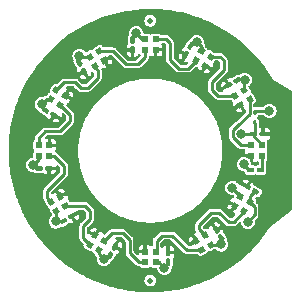
<source format=gtl>
G04 #@! TF.GenerationSoftware,KiCad,Pcbnew,7.0.7-7.0.7~ubuntu23.04.1*
G04 #@! TF.CreationDate,2023-10-17T19:12:59+00:00*
G04 #@! TF.ProjectId,pedalboard-led-ring,70656461-6c62-46f6-9172-642d6c65642d,1.1.0-RC1*
G04 #@! TF.SameCoordinates,Original*
G04 #@! TF.FileFunction,Copper,L1,Top*
G04 #@! TF.FilePolarity,Positive*
%FSLAX46Y46*%
G04 Gerber Fmt 4.6, Leading zero omitted, Abs format (unit mm)*
G04 Created by KiCad (PCBNEW 7.0.7-7.0.7~ubuntu23.04.1) date 2023-10-17 19:12:59*
%MOMM*%
%LPD*%
G01*
G04 APERTURE LIST*
G04 #@! TA.AperFunction,SMDPad,CuDef*
%ADD10C,0.500000*%
G04 #@! TD*
G04 #@! TA.AperFunction,SMDPad,CuDef*
%ADD11R,0.500000X0.500000*%
G04 #@! TD*
G04 #@! TA.AperFunction,ViaPad*
%ADD12C,0.800000*%
G04 #@! TD*
G04 #@! TA.AperFunction,Conductor*
%ADD13C,0.250000*%
G04 #@! TD*
G04 APERTURE END LIST*
D10*
X0Y-11000000D03*
G04 #@! TA.AperFunction,SMDPad,CuDef*
G36*
X4676795Y-8500446D02*
G01*
X4243783Y-8750446D01*
X3993783Y-8317434D01*
X4426795Y-8067434D01*
X4676795Y-8500446D01*
G37*
G04 #@! TD.AperFunction*
G04 #@! TA.AperFunction,SMDPad,CuDef*
G36*
X5456217Y-8050446D02*
G01*
X5023205Y-8300446D01*
X4773205Y-7867434D01*
X5206217Y-7617434D01*
X5456217Y-8050446D01*
G37*
G04 #@! TD.AperFunction*
G04 #@! TA.AperFunction,SMDPad,CuDef*
G36*
X5006217Y-7271024D02*
G01*
X4573205Y-7521024D01*
X4323205Y-7088012D01*
X4756217Y-6838012D01*
X5006217Y-7271024D01*
G37*
G04 #@! TD.AperFunction*
G04 #@! TA.AperFunction,SMDPad,CuDef*
G36*
X4226795Y-7721024D02*
G01*
X3793783Y-7971024D01*
X3543783Y-7538012D01*
X3976795Y-7288012D01*
X4226795Y-7721024D01*
G37*
G04 #@! TD.AperFunction*
G04 #@! TA.AperFunction,SMDPad,CuDef*
G36*
G01*
X-1600000Y9665000D02*
X-1400000Y9665000D01*
G75*
G02*
X-1300000Y9565000I0J-100000D01*
G01*
X-1300000Y9130000D01*
G75*
G02*
X-1400000Y9030000I-100000J0D01*
G01*
X-1600000Y9030000D01*
G75*
G02*
X-1700000Y9130000I0J100000D01*
G01*
X-1700000Y9565000D01*
G75*
G02*
X-1600000Y9665000I100000J0D01*
G01*
G37*
G04 #@! TD.AperFunction*
G04 #@! TA.AperFunction,SMDPad,CuDef*
G36*
G01*
X-1600000Y8850000D02*
X-1400000Y8850000D01*
G75*
G02*
X-1300000Y8750000I0J-100000D01*
G01*
X-1300000Y8315000D01*
G75*
G02*
X-1400000Y8215000I-100000J0D01*
G01*
X-1600000Y8215000D01*
G75*
G02*
X-1700000Y8315000I0J100000D01*
G01*
X-1700000Y8750000D01*
G75*
G02*
X-1600000Y8850000I100000J0D01*
G01*
G37*
G04 #@! TD.AperFunction*
G04 #@! TA.AperFunction,SMDPad,CuDef*
G36*
G01*
X-6259103Y7645136D02*
X-6085897Y7745136D01*
G75*
G02*
X-5949294Y7708533I50000J-86603D01*
G01*
X-5731794Y7331811D01*
G75*
G02*
X-5768397Y7195208I-86603J-50000D01*
G01*
X-5941603Y7095208D01*
G75*
G02*
X-6078206Y7131811I-50000J86603D01*
G01*
X-6295706Y7508533D01*
G75*
G02*
X-6259103Y7645136I86603J50000D01*
G01*
G37*
G04 #@! TD.AperFunction*
G04 #@! TA.AperFunction,SMDPad,CuDef*
G36*
G01*
X-5851603Y6939326D02*
X-5678397Y7039326D01*
G75*
G02*
X-5541794Y7002723I50000J-86603D01*
G01*
X-5324294Y6626001D01*
G75*
G02*
X-5360897Y6489398I-86603J-50000D01*
G01*
X-5534103Y6389398D01*
G75*
G02*
X-5670706Y6426001I-50000J86603D01*
G01*
X-5888206Y6802723D01*
G75*
G02*
X-5851603Y6939326I86603J50000D01*
G01*
G37*
G04 #@! TD.AperFunction*
D11*
X9450000Y-450000D03*
X9450000Y450000D03*
X8550000Y450000D03*
X8550000Y-450000D03*
X450000Y9450000D03*
X-450000Y9450000D03*
X-450000Y8550000D03*
X450000Y8550000D03*
G04 #@! TA.AperFunction,SMDPad,CuDef*
G36*
X8300446Y-5023205D02*
G01*
X8050446Y-5456217D01*
X7617434Y-5206217D01*
X7867434Y-4773205D01*
X8300446Y-5023205D01*
G37*
G04 #@! TD.AperFunction*
G04 #@! TA.AperFunction,SMDPad,CuDef*
G36*
X8750446Y-4243783D02*
G01*
X8500446Y-4676795D01*
X8067434Y-4426795D01*
X8317434Y-3993783D01*
X8750446Y-4243783D01*
G37*
G04 #@! TD.AperFunction*
G04 #@! TA.AperFunction,SMDPad,CuDef*
G36*
X7971024Y-3793783D02*
G01*
X7721024Y-4226795D01*
X7288012Y-3976795D01*
X7538012Y-3543783D01*
X7971024Y-3793783D01*
G37*
G04 #@! TD.AperFunction*
G04 #@! TA.AperFunction,SMDPad,CuDef*
G36*
X7521024Y-4573205D02*
G01*
X7271024Y-5006217D01*
X6838012Y-4756217D01*
X7088012Y-4323205D01*
X7521024Y-4573205D01*
G37*
G04 #@! TD.AperFunction*
G04 #@! TA.AperFunction,SMDPad,CuDef*
G36*
X-8500446Y-4676795D02*
G01*
X-8750446Y-4243783D01*
X-8317434Y-3993783D01*
X-8067434Y-4426795D01*
X-8500446Y-4676795D01*
G37*
G04 #@! TD.AperFunction*
G04 #@! TA.AperFunction,SMDPad,CuDef*
G36*
X-8050446Y-5456217D02*
G01*
X-8300446Y-5023205D01*
X-7867434Y-4773205D01*
X-7617434Y-5206217D01*
X-8050446Y-5456217D01*
G37*
G04 #@! TD.AperFunction*
G04 #@! TA.AperFunction,SMDPad,CuDef*
G36*
X-7271024Y-5006217D02*
G01*
X-7521024Y-4573205D01*
X-7088012Y-4323205D01*
X-6838012Y-4756217D01*
X-7271024Y-5006217D01*
G37*
G04 #@! TD.AperFunction*
G04 #@! TA.AperFunction,SMDPad,CuDef*
G36*
X-7721024Y-4226795D02*
G01*
X-7971024Y-3793783D01*
X-7538012Y-3543783D01*
X-7288012Y-3976795D01*
X-7721024Y-4226795D01*
G37*
G04 #@! TD.AperFunction*
X-450000Y-9450000D03*
X450000Y-9450000D03*
X450000Y-8550000D03*
X-450000Y-8550000D03*
X-9450000Y450000D03*
X-9450000Y-450000D03*
X-8550000Y-450000D03*
X-8550000Y450000D03*
G04 #@! TA.AperFunction,SMDPad,CuDef*
G36*
X-8300446Y5023205D02*
G01*
X-8050446Y5456217D01*
X-7617434Y5206217D01*
X-7867434Y4773205D01*
X-8300446Y5023205D01*
G37*
G04 #@! TD.AperFunction*
G04 #@! TA.AperFunction,SMDPad,CuDef*
G36*
X-8750446Y4243783D02*
G01*
X-8500446Y4676795D01*
X-8067434Y4426795D01*
X-8317434Y3993783D01*
X-8750446Y4243783D01*
G37*
G04 #@! TD.AperFunction*
G04 #@! TA.AperFunction,SMDPad,CuDef*
G36*
X-7971024Y3793783D02*
G01*
X-7721024Y4226795D01*
X-7288012Y3976795D01*
X-7538012Y3543783D01*
X-7971024Y3793783D01*
G37*
G04 #@! TD.AperFunction*
G04 #@! TA.AperFunction,SMDPad,CuDef*
G36*
X-7521024Y4573205D02*
G01*
X-7271024Y5006217D01*
X-6838012Y4756217D01*
X-7088012Y4323205D01*
X-7521024Y4573205D01*
G37*
G04 #@! TD.AperFunction*
D10*
X0Y11000000D03*
G04 #@! TA.AperFunction,SMDPad,CuDef*
G36*
G01*
X-9725000Y-1600000D02*
X-9725000Y-1400000D01*
G75*
G02*
X-9625000Y-1300000I100000J0D01*
G01*
X-9190000Y-1300000D01*
G75*
G02*
X-9090000Y-1400000I0J-100000D01*
G01*
X-9090000Y-1600000D01*
G75*
G02*
X-9190000Y-1700000I-100000J0D01*
G01*
X-9625000Y-1700000D01*
G75*
G02*
X-9725000Y-1600000I0J100000D01*
G01*
G37*
G04 #@! TD.AperFunction*
G04 #@! TA.AperFunction,SMDPad,CuDef*
G36*
G01*
X-8910000Y-1600000D02*
X-8910000Y-1400000D01*
G75*
G02*
X-8810000Y-1300000I100000J0D01*
G01*
X-8375000Y-1300000D01*
G75*
G02*
X-8275000Y-1400000I0J-100000D01*
G01*
X-8275000Y-1600000D01*
G75*
G02*
X-8375000Y-1700000I-100000J0D01*
G01*
X-8810000Y-1700000D01*
G75*
G02*
X-8910000Y-1600000I0J100000D01*
G01*
G37*
G04 #@! TD.AperFunction*
G04 #@! TA.AperFunction,SMDPad,CuDef*
G36*
G01*
X8787500Y2560000D02*
X8912500Y2560000D01*
G75*
G02*
X8975000Y2497500I0J-62500D01*
G01*
X8975000Y2262500D01*
G75*
G02*
X8912500Y2200000I-62500J0D01*
G01*
X8787500Y2200000D01*
G75*
G02*
X8725000Y2262500I0J62500D01*
G01*
X8725000Y2497500D01*
G75*
G02*
X8787500Y2560000I62500J0D01*
G01*
G37*
G04 #@! TD.AperFunction*
G04 #@! TA.AperFunction,SMDPad,CuDef*
G36*
G01*
X8787500Y3400000D02*
X8912500Y3400000D01*
G75*
G02*
X8975000Y3337500I0J-62500D01*
G01*
X8975000Y3102500D01*
G75*
G02*
X8912500Y3040000I-62500J0D01*
G01*
X8787500Y3040000D01*
G75*
G02*
X8725000Y3102500I0J62500D01*
G01*
X8725000Y3337500D01*
G75*
G02*
X8787500Y3400000I62500J0D01*
G01*
G37*
G04 #@! TD.AperFunction*
G04 #@! TA.AperFunction,SMDPad,CuDef*
G36*
G01*
X-7577869Y-6199103D02*
X-7677869Y-6025897D01*
G75*
G02*
X-7641266Y-5889294I86603J50000D01*
G01*
X-7264544Y-5671794D01*
G75*
G02*
X-7127941Y-5708397I50000J-86603D01*
G01*
X-7027941Y-5881603D01*
G75*
G02*
X-7064544Y-6018206I-86603J-50000D01*
G01*
X-7441266Y-6235706D01*
G75*
G02*
X-7577869Y-6199103I-50000J86603D01*
G01*
G37*
G04 #@! TD.AperFunction*
G04 #@! TA.AperFunction,SMDPad,CuDef*
G36*
G01*
X-6872059Y-5791603D02*
X-6972059Y-5618397D01*
G75*
G02*
X-6935456Y-5481794I86603J50000D01*
G01*
X-6558734Y-5264294D01*
G75*
G02*
X-6422131Y-5300897I50000J-86603D01*
G01*
X-6322131Y-5474103D01*
G75*
G02*
X-6358734Y-5610706I-86603J-50000D01*
G01*
X-6735456Y-5828206D01*
G75*
G02*
X-6872059Y-5791603I-50000J86603D01*
G01*
G37*
G04 #@! TD.AperFunction*
G04 #@! TA.AperFunction,SMDPad,CuDef*
G36*
G01*
X-3475897Y-9177869D02*
X-3649103Y-9077869D01*
G75*
G02*
X-3685706Y-8941266I50000J86603D01*
G01*
X-3468206Y-8564544D01*
G75*
G02*
X-3331603Y-8527941I86603J-50000D01*
G01*
X-3158397Y-8627941D01*
G75*
G02*
X-3121794Y-8764544I-50000J-86603D01*
G01*
X-3339294Y-9141266D01*
G75*
G02*
X-3475897Y-9177869I-86603J50000D01*
G01*
G37*
G04 #@! TD.AperFunction*
G04 #@! TA.AperFunction,SMDPad,CuDef*
G36*
G01*
X-3068397Y-8472059D02*
X-3241603Y-8372059D01*
G75*
G02*
X-3278206Y-8235456I50000J86603D01*
G01*
X-3060706Y-7858734D01*
G75*
G02*
X-2924103Y-7822131I86603J-50000D01*
G01*
X-2750897Y-7922131D01*
G75*
G02*
X-2714294Y-8058734I-50000J-86603D01*
G01*
X-2931794Y-8435456D01*
G75*
G02*
X-3068397Y-8472059I-86603J50000D01*
G01*
G37*
G04 #@! TD.AperFunction*
G04 #@! TA.AperFunction,SMDPad,CuDef*
G36*
G01*
X6249103Y-7645136D02*
X6075897Y-7745136D01*
G75*
G02*
X5939294Y-7708533I-50000J86603D01*
G01*
X5721794Y-7331811D01*
G75*
G02*
X5758397Y-7195208I86603J50000D01*
G01*
X5931603Y-7095208D01*
G75*
G02*
X6068206Y-7131811I50000J-86603D01*
G01*
X6285706Y-7508533D01*
G75*
G02*
X6249103Y-7645136I-86603J-50000D01*
G01*
G37*
G04 #@! TD.AperFunction*
G04 #@! TA.AperFunction,SMDPad,CuDef*
G36*
G01*
X5841603Y-6939326D02*
X5668397Y-7039326D01*
G75*
G02*
X5531794Y-7002723I-50000J86603D01*
G01*
X5314294Y-6626001D01*
G75*
G02*
X5350897Y-6489398I86603J50000D01*
G01*
X5524103Y-6389398D01*
G75*
G02*
X5660706Y-6426001I50000J-86603D01*
G01*
X5878206Y-6802723D01*
G75*
G02*
X5841603Y-6939326I-86603J-50000D01*
G01*
G37*
G04 #@! TD.AperFunction*
G04 #@! TA.AperFunction,SMDPad,CuDef*
G36*
G01*
X-9177869Y3475897D02*
X-9077869Y3649103D01*
G75*
G02*
X-8941266Y3685706I86603J-50000D01*
G01*
X-8564544Y3468206D01*
G75*
G02*
X-8527941Y3331603I-50000J-86603D01*
G01*
X-8627941Y3158397D01*
G75*
G02*
X-8764544Y3121794I-86603J50000D01*
G01*
X-9141266Y3339294D01*
G75*
G02*
X-9177869Y3475897I50000J86603D01*
G01*
G37*
G04 #@! TD.AperFunction*
G04 #@! TA.AperFunction,SMDPad,CuDef*
G36*
G01*
X-8472059Y3068397D02*
X-8372059Y3241603D01*
G75*
G02*
X-8235456Y3278206I86603J-50000D01*
G01*
X-7858734Y3060706D01*
G75*
G02*
X-7822131Y2924103I-50000J-86603D01*
G01*
X-7922131Y2750897D01*
G75*
G02*
X-8058734Y2714294I-86603J50000D01*
G01*
X-8435456Y2931794D01*
G75*
G02*
X-8472059Y3068397I50000J86603D01*
G01*
G37*
G04 #@! TD.AperFunction*
G04 #@! TA.AperFunction,SMDPad,CuDef*
G36*
G01*
X1600000Y-9755000D02*
X1400000Y-9755000D01*
G75*
G02*
X1300000Y-9655000I0J100000D01*
G01*
X1300000Y-9220000D01*
G75*
G02*
X1400000Y-9120000I100000J0D01*
G01*
X1600000Y-9120000D01*
G75*
G02*
X1700000Y-9220000I0J-100000D01*
G01*
X1700000Y-9655000D01*
G75*
G02*
X1600000Y-9755000I-100000J0D01*
G01*
G37*
G04 #@! TD.AperFunction*
G04 #@! TA.AperFunction,SMDPad,CuDef*
G36*
G01*
X1600000Y-8940000D02*
X1400000Y-8940000D01*
G75*
G02*
X1300000Y-8840000I0J100000D01*
G01*
X1300000Y-8405000D01*
G75*
G02*
X1400000Y-8305000I100000J0D01*
G01*
X1600000Y-8305000D01*
G75*
G02*
X1700000Y-8405000I0J-100000D01*
G01*
X1700000Y-8840000D01*
G75*
G02*
X1600000Y-8940000I-100000J0D01*
G01*
G37*
G04 #@! TD.AperFunction*
G04 #@! TA.AperFunction,SMDPad,CuDef*
G36*
X8500446Y4676795D02*
G01*
X8750446Y4243783D01*
X8317434Y3993783D01*
X8067434Y4426795D01*
X8500446Y4676795D01*
G37*
G04 #@! TD.AperFunction*
G04 #@! TA.AperFunction,SMDPad,CuDef*
G36*
X8050446Y5456217D02*
G01*
X8300446Y5023205D01*
X7867434Y4773205D01*
X7617434Y5206217D01*
X8050446Y5456217D01*
G37*
G04 #@! TD.AperFunction*
G04 #@! TA.AperFunction,SMDPad,CuDef*
G36*
X7271024Y5006217D02*
G01*
X7521024Y4573205D01*
X7088012Y4323205D01*
X6838012Y4756217D01*
X7271024Y5006217D01*
G37*
G04 #@! TD.AperFunction*
G04 #@! TA.AperFunction,SMDPad,CuDef*
G36*
X7721024Y4226795D02*
G01*
X7971024Y3793783D01*
X7538012Y3543783D01*
X7288012Y3976795D01*
X7721024Y4226795D01*
G37*
G04 #@! TD.AperFunction*
G04 #@! TA.AperFunction,SMDPad,CuDef*
G36*
G01*
X8425000Y1300000D02*
X8425000Y1500000D01*
G75*
G02*
X8525000Y1600000I100000J0D01*
G01*
X8960000Y1600000D01*
G75*
G02*
X9060000Y1500000I0J-100000D01*
G01*
X9060000Y1300000D01*
G75*
G02*
X8960000Y1200000I-100000J0D01*
G01*
X8525000Y1200000D01*
G75*
G02*
X8425000Y1300000I0J100000D01*
G01*
G37*
G04 #@! TD.AperFunction*
G04 #@! TA.AperFunction,SMDPad,CuDef*
G36*
G01*
X9240000Y1300000D02*
X9240000Y1500000D01*
G75*
G02*
X9340000Y1600000I100000J0D01*
G01*
X9775000Y1600000D01*
G75*
G02*
X9875000Y1500000I0J-100000D01*
G01*
X9875000Y1300000D01*
G75*
G02*
X9775000Y1200000I-100000J0D01*
G01*
X9340000Y1200000D01*
G75*
G02*
X9240000Y1300000I0J100000D01*
G01*
G37*
G04 #@! TD.AperFunction*
G04 #@! TA.AperFunction,SMDPad,CuDef*
G36*
G01*
X7577869Y6199103D02*
X7677869Y6025897D01*
G75*
G02*
X7641266Y5889294I-86603J-50000D01*
G01*
X7264544Y5671794D01*
G75*
G02*
X7127941Y5708397I-50000J86603D01*
G01*
X7027941Y5881603D01*
G75*
G02*
X7064544Y6018206I86603J50000D01*
G01*
X7441266Y6235706D01*
G75*
G02*
X7577869Y6199103I50000J-86603D01*
G01*
G37*
G04 #@! TD.AperFunction*
G04 #@! TA.AperFunction,SMDPad,CuDef*
G36*
G01*
X6872059Y5791603D02*
X6972059Y5618397D01*
G75*
G02*
X6935456Y5481794I-86603J-50000D01*
G01*
X6558734Y5264294D01*
G75*
G02*
X6422131Y5300897I-50000J86603D01*
G01*
X6322131Y5474103D01*
G75*
G02*
X6358734Y5610706I86603J50000D01*
G01*
X6735456Y5828206D01*
G75*
G02*
X6872059Y5791603I50000J-86603D01*
G01*
G37*
G04 #@! TD.AperFunction*
G04 #@! TA.AperFunction,SMDPad,CuDef*
G36*
X-4676795Y8500446D02*
G01*
X-4243783Y8750446D01*
X-3993783Y8317434D01*
X-4426795Y8067434D01*
X-4676795Y8500446D01*
G37*
G04 #@! TD.AperFunction*
G04 #@! TA.AperFunction,SMDPad,CuDef*
G36*
X-5456217Y8050446D02*
G01*
X-5023205Y8300446D01*
X-4773205Y7867434D01*
X-5206217Y7617434D01*
X-5456217Y8050446D01*
G37*
G04 #@! TD.AperFunction*
G04 #@! TA.AperFunction,SMDPad,CuDef*
G36*
X-5006217Y7271024D02*
G01*
X-4573205Y7521024D01*
X-4323205Y7088012D01*
X-4756217Y6838012D01*
X-5006217Y7271024D01*
G37*
G04 #@! TD.AperFunction*
G04 #@! TA.AperFunction,SMDPad,CuDef*
G36*
X-4226795Y7721024D02*
G01*
X-3793783Y7971024D01*
X-3543783Y7538012D01*
X-3976795Y7288012D01*
X-4226795Y7721024D01*
G37*
G04 #@! TD.AperFunction*
G04 #@! TA.AperFunction,SMDPad,CuDef*
G36*
G01*
X9227869Y-3525897D02*
X9127869Y-3699103D01*
G75*
G02*
X8991266Y-3735706I-86603J50000D01*
G01*
X8614544Y-3518206D01*
G75*
G02*
X8577941Y-3381603I50000J86603D01*
G01*
X8677941Y-3208397D01*
G75*
G02*
X8814544Y-3171794I86603J-50000D01*
G01*
X9191266Y-3389294D01*
G75*
G02*
X9227869Y-3525897I-50000J-86603D01*
G01*
G37*
G04 #@! TD.AperFunction*
G04 #@! TA.AperFunction,SMDPad,CuDef*
G36*
G01*
X8522059Y-3118397D02*
X8422059Y-3291603D01*
G75*
G02*
X8285456Y-3328206I-86603J50000D01*
G01*
X7908734Y-3110706D01*
G75*
G02*
X7872131Y-2974103I50000J86603D01*
G01*
X7972131Y-2800897D01*
G75*
G02*
X8108734Y-2764294I86603J-50000D01*
G01*
X8485456Y-2981794D01*
G75*
G02*
X8522059Y-3118397I-50000J-86603D01*
G01*
G37*
G04 #@! TD.AperFunction*
G04 #@! TA.AperFunction,SMDPad,CuDef*
G36*
X-5023205Y-8300446D02*
G01*
X-5456217Y-8050446D01*
X-5206217Y-7617434D01*
X-4773205Y-7867434D01*
X-5023205Y-8300446D01*
G37*
G04 #@! TD.AperFunction*
G04 #@! TA.AperFunction,SMDPad,CuDef*
G36*
X-4243783Y-8750446D02*
G01*
X-4676795Y-8500446D01*
X-4426795Y-8067434D01*
X-3993783Y-8317434D01*
X-4243783Y-8750446D01*
G37*
G04 #@! TD.AperFunction*
G04 #@! TA.AperFunction,SMDPad,CuDef*
G36*
X-3793783Y-7971024D02*
G01*
X-4226795Y-7721024D01*
X-3976795Y-7288012D01*
X-3543783Y-7538012D01*
X-3793783Y-7971024D01*
G37*
G04 #@! TD.AperFunction*
G04 #@! TA.AperFunction,SMDPad,CuDef*
G36*
X-4573205Y-7521024D02*
G01*
X-5006217Y-7271024D01*
X-4756217Y-6838012D01*
X-4323205Y-7088012D01*
X-4573205Y-7521024D01*
G37*
G04 #@! TD.AperFunction*
G04 #@! TA.AperFunction,SMDPad,CuDef*
G36*
X5023205Y8300446D02*
G01*
X5456217Y8050446D01*
X5206217Y7617434D01*
X4773205Y7867434D01*
X5023205Y8300446D01*
G37*
G04 #@! TD.AperFunction*
G04 #@! TA.AperFunction,SMDPad,CuDef*
G36*
X4243783Y8750446D02*
G01*
X4676795Y8500446D01*
X4426795Y8067434D01*
X3993783Y8317434D01*
X4243783Y8750446D01*
G37*
G04 #@! TD.AperFunction*
G04 #@! TA.AperFunction,SMDPad,CuDef*
G36*
X3793783Y7971024D02*
G01*
X4226795Y7721024D01*
X3976795Y7288012D01*
X3543783Y7538012D01*
X3793783Y7971024D01*
G37*
G04 #@! TD.AperFunction*
G04 #@! TA.AperFunction,SMDPad,CuDef*
G36*
X4573205Y7521024D02*
G01*
X5006217Y7271024D01*
X4756217Y6838012D01*
X4323205Y7088012D01*
X4573205Y7521024D01*
G37*
G04 #@! TD.AperFunction*
G04 #@! TA.AperFunction,SMDPad,CuDef*
G36*
G01*
X9635000Y-1550000D02*
X9635000Y-1750000D01*
G75*
G02*
X9535000Y-1850000I-100000J0D01*
G01*
X9100000Y-1850000D01*
G75*
G02*
X9000000Y-1750000I0J100000D01*
G01*
X9000000Y-1550000D01*
G75*
G02*
X9100000Y-1450000I100000J0D01*
G01*
X9535000Y-1450000D01*
G75*
G02*
X9635000Y-1550000I0J-100000D01*
G01*
G37*
G04 #@! TD.AperFunction*
G04 #@! TA.AperFunction,SMDPad,CuDef*
G36*
G01*
X8820000Y-1550000D02*
X8820000Y-1750000D01*
G75*
G02*
X8720000Y-1850000I-100000J0D01*
G01*
X8285000Y-1850000D01*
G75*
G02*
X8185000Y-1750000I0J100000D01*
G01*
X8185000Y-1550000D01*
G75*
G02*
X8285000Y-1450000I100000J0D01*
G01*
X8720000Y-1450000D01*
G75*
G02*
X8820000Y-1550000I0J-100000D01*
G01*
G37*
G04 #@! TD.AperFunction*
G04 #@! TA.AperFunction,SMDPad,CuDef*
G36*
G01*
X3475897Y9177869D02*
X3649103Y9077869D01*
G75*
G02*
X3685706Y8941266I-50000J-86603D01*
G01*
X3468206Y8564544D01*
G75*
G02*
X3331603Y8527941I-86603J50000D01*
G01*
X3158397Y8627941D01*
G75*
G02*
X3121794Y8764544I50000J86603D01*
G01*
X3339294Y9141266D01*
G75*
G02*
X3475897Y9177869I86603J-50000D01*
G01*
G37*
G04 #@! TD.AperFunction*
G04 #@! TA.AperFunction,SMDPad,CuDef*
G36*
G01*
X3068397Y8472059D02*
X3241603Y8372059D01*
G75*
G02*
X3278206Y8235456I-50000J-86603D01*
G01*
X3060706Y7858734D01*
G75*
G02*
X2924103Y7822131I-86603J50000D01*
G01*
X2750897Y7922131D01*
G75*
G02*
X2714294Y8058734I50000J86603D01*
G01*
X2931794Y8435456D01*
G75*
G02*
X3068397Y8472059I86603J-50000D01*
G01*
G37*
G04 #@! TD.AperFunction*
D12*
X6950000Y-3150000D03*
X-6000000Y8000000D03*
X-9928203Y-1196152D03*
X-3928203Y-9196152D03*
X10079502Y3350000D03*
X1196152Y-9928203D03*
X3928203Y9196152D03*
X-8000000Y-6000000D03*
X6000000Y-7940000D03*
X-9196152Y3928203D03*
X8000000Y6000000D03*
X8260000Y-6020000D03*
X-1196152Y9928203D03*
X10400000Y-1400000D03*
X11150000Y-1400000D03*
X11150000Y-4850000D03*
X10400000Y-4850000D03*
X7698157Y1448157D03*
X7910000Y-1150000D03*
D13*
X8550000Y450000D02*
X7700000Y450000D01*
X8408940Y3108940D02*
X8408940Y4335289D01*
X7453157Y2153157D02*
X8408940Y3108940D01*
X7406136Y2153157D02*
X7453157Y2153157D01*
X7700000Y450000D02*
X6993157Y1156843D01*
X6993157Y1156843D02*
X6993157Y1740178D01*
X6993157Y1740178D02*
X7406136Y2153157D01*
X9495000Y-495000D02*
X9495000Y-1467500D01*
X5901060Y7958940D02*
X6220000Y7640000D01*
X5210000Y5140000D02*
X5700000Y4650000D01*
X6220000Y7640000D02*
X6220000Y6800000D01*
X6220000Y6800000D02*
X5210000Y5790000D01*
X5114711Y7958940D02*
X5901060Y7958940D01*
X5700000Y4650000D02*
X7164807Y4650000D01*
X5210000Y5790000D02*
X5210000Y5140000D01*
X1650000Y7700000D02*
X1650000Y9150000D01*
X1350000Y9450000D02*
X450000Y9450000D01*
X3885289Y7629518D02*
X3205771Y6950000D01*
X1650000Y9150000D02*
X1350000Y9450000D01*
X3205771Y6950000D02*
X2400000Y6950000D01*
X2400000Y6950000D02*
X1650000Y7700000D01*
X-450000Y8550000D02*
X-450000Y7920000D01*
X-450000Y7920000D02*
X-1070000Y7300000D01*
X-1070000Y7300000D02*
X-2050000Y7300000D01*
X-3158940Y8408940D02*
X-4335289Y8408940D01*
X-2050000Y7300000D02*
X-3158940Y8408940D01*
X-5870000Y5310000D02*
X-6340000Y5780000D01*
X-4664711Y7004711D02*
X-4450000Y6790000D01*
X-7293651Y5780000D02*
X-7958940Y5114711D01*
X-4664711Y7179518D02*
X-4664711Y7004711D01*
X-4450000Y6160000D02*
X-5300000Y5310000D01*
X-6340000Y5780000D02*
X-7293651Y5780000D01*
X-4450000Y6790000D02*
X-4450000Y6160000D01*
X-5300000Y5310000D02*
X-5870000Y5310000D01*
X-7640000Y1630000D02*
X-8880000Y1630000D01*
X-8880000Y1630000D02*
X-9450000Y1060000D01*
X-6800000Y3055771D02*
X-6800000Y2470000D01*
X-6800000Y2470000D02*
X-7640000Y1630000D01*
X-7629518Y3885289D02*
X-6800000Y3055771D01*
X-9450000Y1060000D02*
X-9450000Y450000D01*
X7629518Y-3829518D02*
X6950000Y-3150000D01*
X7629518Y-3885289D02*
X7629518Y-3829518D01*
X450000Y-9450000D02*
X717949Y-9450000D01*
X-4335289Y-8789066D02*
X-3928203Y-9196152D01*
X717949Y-9450000D02*
X1196152Y-9928203D01*
X-8408940Y4335289D02*
X-8789066Y4335289D01*
X-9450000Y-450000D02*
X-9450000Y-717949D01*
X-7958940Y-5958940D02*
X-8000000Y-6000000D01*
X-717949Y9450000D02*
X-1196152Y9928203D01*
X6000000Y-7940000D02*
X5981060Y-7958940D01*
X8830000Y-5480000D02*
X8800000Y-5480000D01*
X8408940Y-4335289D02*
X8408940Y-3865848D01*
X7958940Y5958940D02*
X8000000Y6000000D01*
X-5958940Y7958940D02*
X-6000000Y8000000D01*
X-5114711Y7958940D02*
X-5958940Y7958940D01*
X-7958940Y-5114711D02*
X-7958940Y-5958940D01*
X8980000Y3350000D02*
X8850000Y3220000D01*
X3928203Y9196152D02*
X4335289Y8789066D01*
X-4335289Y-8408940D02*
X-4335289Y-8789066D01*
X-450000Y9450000D02*
X-717949Y9450000D01*
X8800000Y-5480000D02*
X8260000Y-6020000D01*
X5981060Y-7958940D02*
X5114711Y-7958940D01*
X10079502Y3350000D02*
X9955000Y3225498D01*
X7958940Y5114711D02*
X7958940Y5958940D01*
X8408940Y-3865848D02*
X8770172Y-3504616D01*
X-9196152Y3928203D02*
X-8789066Y4335289D01*
X10079502Y3350000D02*
X8980000Y3350000D01*
X8830000Y-4756349D02*
X8830000Y-5480000D01*
X-9450000Y-717949D02*
X-9928203Y-1196152D01*
X4335289Y8408940D02*
X4335289Y8789066D01*
X8408940Y-4335289D02*
X8830000Y-4756349D01*
X-8730000Y-3380000D02*
X-8730000Y-4014229D01*
X-7300000Y-1950000D02*
X-8730000Y-3380000D01*
X-8730000Y-4014229D02*
X-8408940Y-4335289D01*
X-8550000Y-450000D02*
X-8140000Y-450000D01*
X-7300000Y-1290000D02*
X-7300000Y-1950000D01*
X-8140000Y-450000D02*
X-7300000Y-1290000D01*
X-5100000Y-5100000D02*
X-5100000Y-5800000D01*
X-5535289Y-4664711D02*
X-5100000Y-5100000D01*
X-5100000Y-5800000D02*
X-5670000Y-6370000D01*
X-5670000Y-7403651D02*
X-5114711Y-7958940D01*
X-5670000Y-6370000D02*
X-5670000Y-7403651D01*
X-7179518Y-4664711D02*
X-5535289Y-4664711D01*
X-3245771Y-6990000D02*
X-2320000Y-6990000D01*
X-1750000Y-8690000D02*
X-990000Y-9450000D01*
X-3885289Y-7629518D02*
X-3245771Y-6990000D01*
X-2320000Y-6990000D02*
X-1750000Y-7560000D01*
X-1750000Y-7560000D02*
X-1750000Y-8690000D01*
X-990000Y-9450000D02*
X-450000Y-9450000D01*
X4140000Y-6654807D02*
X4140000Y-6280000D01*
X5150000Y-5270000D02*
X5840000Y-5270000D01*
X5840000Y-5270000D02*
X6620000Y-6050000D01*
X6620000Y-6050000D02*
X7050000Y-6050000D01*
X7050000Y-6050000D02*
X7050000Y-6023651D01*
X7050000Y-6023651D02*
X7958940Y-5114711D01*
X4140000Y-6280000D02*
X5150000Y-5270000D01*
X4664711Y-7179518D02*
X4140000Y-6654807D01*
X970000Y-7190000D02*
X1870000Y-7190000D01*
X1870000Y-7190000D02*
X3088940Y-8408940D01*
X3088940Y-8408940D02*
X4335289Y-8408940D01*
X530000Y-8470000D02*
X530000Y-7630000D01*
X530000Y-7630000D02*
X970000Y-7190000D01*
X9450000Y450000D02*
X9450000Y500000D01*
X7746314Y1400000D02*
X8492500Y1400000D01*
X8742500Y1207500D02*
X8742500Y1400000D01*
X9450000Y500000D02*
X8742500Y1207500D01*
X7698157Y1448157D02*
X7746314Y1400000D01*
X8850000Y2380000D02*
X8850000Y1507500D01*
X8850000Y1507500D02*
X8742500Y1400000D01*
X8390000Y-1680000D02*
X7910000Y-1200000D01*
G04 #@! TA.AperFunction,Conductor*
G36*
X329649Y11990507D02*
G01*
X662213Y11980929D01*
X664833Y11980784D01*
X675246Y11979930D01*
X1005442Y11952850D01*
X1238041Y11932709D01*
X1332588Y11924522D01*
X1335048Y11924247D01*
X1362018Y11920546D01*
X1674614Y11877649D01*
X1998793Y11830655D01*
X2000963Y11830289D01*
X2337916Y11765160D01*
X2659622Y11699431D01*
X2993785Y11615711D01*
X3242335Y11549825D01*
X3310959Y11531633D01*
X3640167Y11429784D01*
X3951871Y11327627D01*
X4275077Y11207964D01*
X4580336Y11088058D01*
X4896588Y10950927D01*
X5194372Y10813682D01*
X5502695Y10659503D01*
X5792081Y10505351D01*
X6091562Y10334577D01*
X6261558Y10231043D01*
X6371594Y10164027D01*
X6661270Y9977209D01*
X6931081Y9790786D01*
X7180599Y9609870D01*
X7210114Y9588470D01*
X7468769Y9386812D01*
X7736340Y9169595D01*
X7983000Y8953351D01*
X8238290Y8721903D01*
X8330959Y8630711D01*
X8460609Y8503126D01*
X8472187Y8491733D01*
X8714388Y8246800D01*
X8934767Y8003421D01*
X9162393Y7746618D01*
X9163894Y7744842D01*
X9369367Y7489847D01*
X9582406Y7221324D01*
X9583896Y7219347D01*
X9774842Y6952265D01*
X9972367Y6673308D01*
X9973827Y6671126D01*
X10151262Y6390052D01*
X10318589Y6124098D01*
X10319695Y6121515D01*
X10326181Y6111936D01*
X10327828Y6109333D01*
X10329664Y6106219D01*
X10341737Y6100848D01*
X11955276Y5029107D01*
X11993287Y4981163D01*
X11999500Y4946643D01*
X11999500Y-4951943D01*
X11980593Y-5010134D01*
X11962050Y-5029484D01*
X10080960Y-6522629D01*
X10067922Y-6528784D01*
X10063854Y-6535047D01*
X10062594Y-6536763D01*
X10060955Y-6539392D01*
X9887469Y-6790921D01*
X9679996Y-7090680D01*
X9678428Y-7092822D01*
X9471795Y-7359588D01*
X9260750Y-7629321D01*
X9259164Y-7631245D01*
X9035156Y-7889602D01*
X8811582Y-8143261D01*
X8809999Y-8144975D01*
X8570765Y-8391907D01*
X8333161Y-8631638D01*
X8079128Y-8866388D01*
X7828605Y-9091193D01*
X7561555Y-9311919D01*
X7298785Y-9521315D01*
X7019615Y-9727205D01*
X6745382Y-9920643D01*
X6455091Y-10110915D01*
X6170145Y-10287908D01*
X5869730Y-10461892D01*
X5574965Y-10621896D01*
X5265397Y-10779023D01*
X4961718Y-10921546D01*
X4644051Y-11061290D01*
X4332399Y-11185876D01*
X4007658Y-11307803D01*
X3688948Y-11414053D01*
X3358308Y-11517752D01*
X3033390Y-11605330D01*
X2698061Y-11690474D01*
X2367644Y-11759098D01*
X2030221Y-11825181D01*
X2027921Y-11825576D01*
X1693408Y-11874857D01*
X1354695Y-11921947D01*
X1352218Y-11922228D01*
X1011097Y-11952243D01*
X674786Y-11980182D01*
X672136Y-11980331D01*
X307475Y-11991002D01*
X1401Y-11999461D01*
X-1381Y-11999459D01*
X-683627Y-11979969D01*
X-686450Y-11979808D01*
X-1234827Y-11932708D01*
X-1370252Y-11920859D01*
X-1372983Y-11920544D01*
X-1841370Y-11853200D01*
X-2054704Y-11821950D01*
X-2057360Y-11821487D01*
X-2487606Y-11734309D01*
X-2732310Y-11683780D01*
X-2734884Y-11683177D01*
X-3141171Y-11576384D01*
X-3400811Y-11506812D01*
X-3403296Y-11506076D01*
X-3791515Y-11379937D01*
X-4057991Y-11291636D01*
X-4060380Y-11290775D01*
X-4433092Y-11145667D01*
X-4701675Y-11038965D01*
X-4703963Y-11037989D01*
X-4787144Y-11000002D01*
X-505647Y-11000002D01*
X-485166Y-11142456D01*
X-441076Y-11238998D01*
X-425377Y-11273373D01*
X-395543Y-11307803D01*
X-331127Y-11382144D01*
X-281475Y-11414053D01*
X-210053Y-11459953D01*
X-103597Y-11491211D01*
X-71965Y-11500499D01*
X-71964Y-11500499D01*
X-71961Y-11500500D01*
X-71959Y-11500500D01*
X71959Y-11500500D01*
X71961Y-11500500D01*
X210053Y-11459953D01*
X331128Y-11382143D01*
X425377Y-11273373D01*
X485165Y-11142457D01*
X505647Y-11000000D01*
X504035Y-10988791D01*
X485165Y-10857543D01*
X485164Y-10857542D01*
X425377Y-10726627D01*
X331128Y-10617857D01*
X331127Y-10617856D01*
X331126Y-10617855D01*
X210057Y-10540049D01*
X210054Y-10540047D01*
X210053Y-10540047D01*
X210050Y-10540046D01*
X71964Y-10499500D01*
X71961Y-10499500D01*
X-71961Y-10499500D01*
X-71965Y-10499500D01*
X-210051Y-10540046D01*
X-210058Y-10540049D01*
X-331127Y-10617855D01*
X-425378Y-10726628D01*
X-485166Y-10857543D01*
X-505647Y-10999997D01*
X-505647Y-11000002D01*
X-4787144Y-11000002D01*
X-4917159Y-10940627D01*
X-5062394Y-10874301D01*
X-5329735Y-10749637D01*
X-5331902Y-10748561D01*
X-5676360Y-10566810D01*
X-5737424Y-10533885D01*
X-5940112Y-10424596D01*
X-5942109Y-10423456D01*
X-6210018Y-10261901D01*
X-6272614Y-10224154D01*
X-6530648Y-10064996D01*
X-6532602Y-10063726D01*
X-6848839Y-9847489D01*
X-7099527Y-9671955D01*
X-7101362Y-9670606D01*
X-7103969Y-9668596D01*
X-7323916Y-9498991D01*
X-7402877Y-9438103D01*
X-7644807Y-9246809D01*
X-7646521Y-9245390D01*
X-7932840Y-8997294D01*
X-8165480Y-8790262D01*
X-8436857Y-8526527D01*
X-8658153Y-8305231D01*
X-8677235Y-8284440D01*
X-8913111Y-8027436D01*
X-9122069Y-7792631D01*
X-9360006Y-7501648D01*
X-9368966Y-7490316D01*
X-9555690Y-7254164D01*
X-9776045Y-6950871D01*
X-9957547Y-6691659D01*
X-10115899Y-6445260D01*
X-10159811Y-6376932D01*
X-10160578Y-6375688D01*
X-10283274Y-6176766D01*
X-10326340Y-6106945D01*
X-10436717Y-5911493D01*
X-10509941Y-5781832D01*
X-10515864Y-5770847D01*
X-10660841Y-5501969D01*
X-10673745Y-5475724D01*
X-10825316Y-5167444D01*
X-10959922Y-4878779D01*
X-11104834Y-4535877D01*
X-11222624Y-4239380D01*
X-11241131Y-4187510D01*
X-11347570Y-3889197D01*
X-11357739Y-3858508D01*
X-11448055Y-3585948D01*
X-11456898Y-3555833D01*
X-11552709Y-3229530D01*
X-11635471Y-2920658D01*
X-11719544Y-2559117D01*
X-11723855Y-2538237D01*
X-11784258Y-2245708D01*
X-11847524Y-1880130D01*
X-11893929Y-1563324D01*
X-11936059Y-1196152D01*
X-10533885Y-1196152D01*
X-10513248Y-1352910D01*
X-10513246Y-1352918D01*
X-10452741Y-1498990D01*
X-10452741Y-1498991D01*
X-10391899Y-1578282D01*
X-10356485Y-1624434D01*
X-10231044Y-1720688D01*
X-10231043Y-1720688D01*
X-10231042Y-1720689D01*
X-10084970Y-1781194D01*
X-10084965Y-1781196D01*
X-9928203Y-1801834D01*
X-9905856Y-1798891D01*
X-9845698Y-1810039D01*
X-9822934Y-1827037D01*
X-9797765Y-1852206D01*
X-9694991Y-1897585D01*
X-9669865Y-1900500D01*
X-9145136Y-1900499D01*
X-9130015Y-1898745D01*
X-9070035Y-1910820D01*
X-9048604Y-1927081D01*
X-9048044Y-1927641D01*
X-8935152Y-1985163D01*
X-8935148Y-1985164D01*
X-8841485Y-1999999D01*
X-8742500Y-1999999D01*
X-8742500Y-1650000D01*
X-8442500Y-1650000D01*
X-8442500Y-1999998D01*
X-8442499Y-1999999D01*
X-8343517Y-1999999D01*
X-8343515Y-1999998D01*
X-8249859Y-1985166D01*
X-8249849Y-1985163D01*
X-8136957Y-1927641D01*
X-8047359Y-1838043D01*
X-7989837Y-1725151D01*
X-7989836Y-1725147D01*
X-7977933Y-1650000D01*
X-8442500Y-1650000D01*
X-8742500Y-1650000D01*
X-8742500Y-1449000D01*
X-8723593Y-1390809D01*
X-8674093Y-1354845D01*
X-8643500Y-1350000D01*
X-7977935Y-1350000D01*
X-7977935Y-1349999D01*
X-7982513Y-1321089D01*
X-7972941Y-1260657D01*
X-7929676Y-1217393D01*
X-7869244Y-1207822D01*
X-7814729Y-1235599D01*
X-7654497Y-1395830D01*
X-7626719Y-1450347D01*
X-7625500Y-1465834D01*
X-7625500Y-1774165D01*
X-7644407Y-1832356D01*
X-7654496Y-1844169D01*
X-8948587Y-3138259D01*
X-8951772Y-3141176D01*
X-8983193Y-3167542D01*
X-8983194Y-3167544D01*
X-9003708Y-3203075D01*
X-9006028Y-3206716D01*
X-9029554Y-3240316D01*
X-9029558Y-3240324D01*
X-9029949Y-3241786D01*
X-9039830Y-3265640D01*
X-9040586Y-3266948D01*
X-9040590Y-3266960D01*
X-9047713Y-3307349D01*
X-9048647Y-3311564D01*
X-9059264Y-3351187D01*
X-9059264Y-3351193D01*
X-9055688Y-3392072D01*
X-9055500Y-3396373D01*
X-9055500Y-3997854D01*
X-9055688Y-4002156D01*
X-9059264Y-4043036D01*
X-9055554Y-4056882D01*
X-9048646Y-4082665D01*
X-9047711Y-4086881D01*
X-9040589Y-4127274D01*
X-9039836Y-4128577D01*
X-9029946Y-4152453D01*
X-9029557Y-4153908D01*
X-9029554Y-4153913D01*
X-9006029Y-4187510D01*
X-9003712Y-4191147D01*
X-8983194Y-4226684D01*
X-8983140Y-4226729D01*
X-8983071Y-4226830D01*
X-8977624Y-4233322D01*
X-8978264Y-4233858D01*
X-8953031Y-4270744D01*
X-8935234Y-4323171D01*
X-8933958Y-4326930D01*
X-8664210Y-4794148D01*
X-8624894Y-4838979D01*
X-8553356Y-4874257D01*
X-8553355Y-4874257D01*
X-8552876Y-4874493D01*
X-8509048Y-4917187D01*
X-8497873Y-4969759D01*
X-8503126Y-5049884D01*
X-8503125Y-5049889D01*
X-8483961Y-5106346D01*
X-8483959Y-5106350D01*
X-8483958Y-5106352D01*
X-8324082Y-5383265D01*
X-8311361Y-5443112D01*
X-8336248Y-5499008D01*
X-8349552Y-5511306D01*
X-8428277Y-5571713D01*
X-8428287Y-5571723D01*
X-8524538Y-5697160D01*
X-8524538Y-5697161D01*
X-8585043Y-5843233D01*
X-8585045Y-5843241D01*
X-8605682Y-5999999D01*
X-8605682Y-6000000D01*
X-8585045Y-6156758D01*
X-8585043Y-6156766D01*
X-8524538Y-6302838D01*
X-8524538Y-6302839D01*
X-8428287Y-6428276D01*
X-8428282Y-6428282D01*
X-8302841Y-6524536D01*
X-8302840Y-6524536D01*
X-8302839Y-6524537D01*
X-8251539Y-6545786D01*
X-8156762Y-6585044D01*
X-8039191Y-6600522D01*
X-8000001Y-6605682D01*
X-8000000Y-6605682D01*
X-7999999Y-6605682D01*
X-7968648Y-6601554D01*
X-7843238Y-6585044D01*
X-7697159Y-6524536D01*
X-7620462Y-6465683D01*
X-7562787Y-6445260D01*
X-7534573Y-6448599D01*
X-7528170Y-6450314D01*
X-7514781Y-6453902D01*
X-7403087Y-6441814D01*
X-7379870Y-6431776D01*
X-7373807Y-6428276D01*
X-7238129Y-6349941D01*
X-6925442Y-6169410D01*
X-6913222Y-6160329D01*
X-6855239Y-6140798D01*
X-6828548Y-6144166D01*
X-6827790Y-6144369D01*
X-6827784Y-6144370D01*
X-6701258Y-6137739D01*
X-6701254Y-6137738D01*
X-6612720Y-6103752D01*
X-6612715Y-6103750D01*
X-6527001Y-6054262D01*
X-6717388Y-5724500D01*
X-6788602Y-5601154D01*
X-6442191Y-5601154D01*
X-6267192Y-5904261D01*
X-6181473Y-5854772D01*
X-6107770Y-5795089D01*
X-6038764Y-5688829D01*
X-6038762Y-5688826D01*
X-6005968Y-5566435D01*
X-6005968Y-5566429D01*
X-6012598Y-5439904D01*
X-6039865Y-5368871D01*
X-6442191Y-5601154D01*
X-6788602Y-5601154D01*
X-6802500Y-5577081D01*
X-6815221Y-5517232D01*
X-6790334Y-5461337D01*
X-6766263Y-5441844D01*
X-6189866Y-5109061D01*
X-6182843Y-5071170D01*
X-6153648Y-5017399D01*
X-6098423Y-4991058D01*
X-6085501Y-4990211D01*
X-5711123Y-4990211D01*
X-5652932Y-5009118D01*
X-5641120Y-5019207D01*
X-5454497Y-5205829D01*
X-5426719Y-5260346D01*
X-5425500Y-5275833D01*
X-5425500Y-5624166D01*
X-5444407Y-5682357D01*
X-5454497Y-5694170D01*
X-5888580Y-6128253D01*
X-5891764Y-6131170D01*
X-5923193Y-6157542D01*
X-5923194Y-6157544D01*
X-5943708Y-6193075D01*
X-5946028Y-6196716D01*
X-5969554Y-6230316D01*
X-5969558Y-6230324D01*
X-5969949Y-6231786D01*
X-5979830Y-6255640D01*
X-5980586Y-6256948D01*
X-5980590Y-6256960D01*
X-5987713Y-6297349D01*
X-5988647Y-6301564D01*
X-5999264Y-6341187D01*
X-5999264Y-6341193D01*
X-5995688Y-6382072D01*
X-5995500Y-6386373D01*
X-5995500Y-7387276D01*
X-5995688Y-7391578D01*
X-5999264Y-7432458D01*
X-5998754Y-7434362D01*
X-5988646Y-7472087D01*
X-5987711Y-7476303D01*
X-5980589Y-7516696D01*
X-5979836Y-7517999D01*
X-5969946Y-7541875D01*
X-5969557Y-7543330D01*
X-5969554Y-7543335D01*
X-5946422Y-7576372D01*
X-5946029Y-7576932D01*
X-5943712Y-7580569D01*
X-5933252Y-7598685D01*
X-5923194Y-7616106D01*
X-5891776Y-7642469D01*
X-5888590Y-7645388D01*
X-5664747Y-7869230D01*
X-5636970Y-7923747D01*
X-5641005Y-7971055D01*
X-5658896Y-8023759D01*
X-5658896Y-8023765D01*
X-5657635Y-8043004D01*
X-5653679Y-8103356D01*
X-5618401Y-8174894D01*
X-5573570Y-8214210D01*
X-5106352Y-8483958D01*
X-5106349Y-8483959D01*
X-5106347Y-8483960D01*
X-5083180Y-8491824D01*
X-5049888Y-8503125D01*
X-4970295Y-8497908D01*
X-4970293Y-8497906D01*
X-4969761Y-8497872D01*
X-4910458Y-8512932D01*
X-4874494Y-8552874D01*
X-4874258Y-8553354D01*
X-4874257Y-8553356D01*
X-4838979Y-8624894D01*
X-4794148Y-8664210D01*
X-4712607Y-8711287D01*
X-4671666Y-8756757D01*
X-4663484Y-8805652D01*
X-4664465Y-8816869D01*
X-4664553Y-8817873D01*
X-4661390Y-8829679D01*
X-4653935Y-8857502D01*
X-4653000Y-8861718D01*
X-4645878Y-8902111D01*
X-4645125Y-8903414D01*
X-4635235Y-8927290D01*
X-4634846Y-8928745D01*
X-4634843Y-8928750D01*
X-4617776Y-8953125D01*
X-4611318Y-8962347D01*
X-4609001Y-8965984D01*
X-4589650Y-8999500D01*
X-4588483Y-9001521D01*
X-4557065Y-9027884D01*
X-4553879Y-9030803D01*
X-4551497Y-9033184D01*
X-4523720Y-9087701D01*
X-4523348Y-9116109D01*
X-4533885Y-9196150D01*
X-4533885Y-9196152D01*
X-4513248Y-9352910D01*
X-4513246Y-9352918D01*
X-4452741Y-9498990D01*
X-4452741Y-9498991D01*
X-4435611Y-9521315D01*
X-4356485Y-9624434D01*
X-4231044Y-9720688D01*
X-4231043Y-9720688D01*
X-4231042Y-9720689D01*
X-4092123Y-9778231D01*
X-4084965Y-9781196D01*
X-3984617Y-9794407D01*
X-3928204Y-9801834D01*
X-3928203Y-9801834D01*
X-3928202Y-9801834D01*
X-3896851Y-9797706D01*
X-3771441Y-9781196D01*
X-3625362Y-9720688D01*
X-3499921Y-9624434D01*
X-3403667Y-9498993D01*
X-3374553Y-9428704D01*
X-3334820Y-9382182D01*
X-3308717Y-9370967D01*
X-3293863Y-9366987D01*
X-3203177Y-9300672D01*
X-3188089Y-9280370D01*
X-2925726Y-8825941D01*
X-2919684Y-8811967D01*
X-2879236Y-8766061D01*
X-2854430Y-8755630D01*
X-2853671Y-8755426D01*
X-2853670Y-8755425D01*
X-2747411Y-8686420D01*
X-2747410Y-8686420D01*
X-2687735Y-8612728D01*
X-2687727Y-8612716D01*
X-2638239Y-8526998D01*
X-3115417Y-8251499D01*
X-3156358Y-8206029D01*
X-3162754Y-8145179D01*
X-3151653Y-8116262D01*
X-3137756Y-8092191D01*
X-2791346Y-8092191D01*
X-2488240Y-8267190D01*
X-2438749Y-8181470D01*
X-2404762Y-8092936D01*
X-2404760Y-8092929D01*
X-2398131Y-7966407D01*
X-2398131Y-7966401D01*
X-2430925Y-7844010D01*
X-2430927Y-7844007D01*
X-2499932Y-7737749D01*
X-2559064Y-7689864D01*
X-2791346Y-8092190D01*
X-2791346Y-8092191D01*
X-3137756Y-8092191D01*
X-3061436Y-7960000D01*
X-2818873Y-7539863D01*
X-2889900Y-7512598D01*
X-2895833Y-7511337D01*
X-2948821Y-7480744D01*
X-2973708Y-7424848D01*
X-2960986Y-7365000D01*
X-2915517Y-7324059D01*
X-2875250Y-7315500D01*
X-2495834Y-7315500D01*
X-2437643Y-7334407D01*
X-2425830Y-7344496D01*
X-2104496Y-7665830D01*
X-2076719Y-7720347D01*
X-2075500Y-7735834D01*
X-2075500Y-8673625D01*
X-2075688Y-8677927D01*
X-2079264Y-8718807D01*
X-2076911Y-8727587D01*
X-2068646Y-8758436D01*
X-2067711Y-8762652D01*
X-2060589Y-8803045D01*
X-2059836Y-8804348D01*
X-2049946Y-8828224D01*
X-2049557Y-8829679D01*
X-2049554Y-8829684D01*
X-2027124Y-8861718D01*
X-2026029Y-8863281D01*
X-2023712Y-8866918D01*
X-2017180Y-8878231D01*
X-2003194Y-8902455D01*
X-1971776Y-8928818D01*
X-1968590Y-8931737D01*
X-1231732Y-9668596D01*
X-1228813Y-9671782D01*
X-1202455Y-9703194D01*
X-1166926Y-9723707D01*
X-1163291Y-9726022D01*
X-1129684Y-9749554D01*
X-1128233Y-9749942D01*
X-1104341Y-9759840D01*
X-1103046Y-9760588D01*
X-1094146Y-9762157D01*
X-1062635Y-9767713D01*
X-1058456Y-9768638D01*
X-1018807Y-9779263D01*
X-977935Y-9775687D01*
X-973635Y-9775500D01*
X-943608Y-9775500D01*
X-885417Y-9794407D01*
X-861293Y-9819498D01*
X-844552Y-9844552D01*
X-778231Y-9888867D01*
X-733769Y-9897711D01*
X-719759Y-9900498D01*
X-719754Y-9900498D01*
X-719748Y-9900500D01*
X-719747Y-9900500D01*
X-180253Y-9900500D01*
X-180252Y-9900500D01*
X-121769Y-9888867D01*
X-55448Y-9844552D01*
X-55447Y-9844549D01*
X-55003Y-9844253D01*
X3885Y-9827644D01*
X55003Y-9844253D01*
X55446Y-9844549D01*
X55448Y-9844552D01*
X121769Y-9888867D01*
X166231Y-9897711D01*
X180241Y-9900498D01*
X180246Y-9900498D01*
X180252Y-9900500D01*
X500002Y-9900500D01*
X558193Y-9919407D01*
X594157Y-9968907D01*
X598155Y-9986578D01*
X611107Y-10084961D01*
X611109Y-10084969D01*
X671614Y-10231041D01*
X671614Y-10231042D01*
X715249Y-10287908D01*
X767870Y-10356485D01*
X893311Y-10452739D01*
X1039390Y-10513247D01*
X1156961Y-10528725D01*
X1196151Y-10533885D01*
X1196152Y-10533885D01*
X1196153Y-10533885D01*
X1227504Y-10529757D01*
X1352914Y-10513247D01*
X1498993Y-10452739D01*
X1624434Y-10356485D01*
X1720688Y-10231044D01*
X1781196Y-10084965D01*
X1801834Y-9928203D01*
X1801834Y-9921713D01*
X1804356Y-9921713D01*
X1813532Y-9872204D01*
X1830531Y-9849439D01*
X1852206Y-9827765D01*
X1897585Y-9724991D01*
X1900500Y-9699865D01*
X1900499Y-9175136D01*
X1898745Y-9160013D01*
X1910820Y-9100034D01*
X1927087Y-9078598D01*
X1927641Y-9078043D01*
X1985164Y-8965149D01*
X1985164Y-8965147D01*
X2000000Y-8871484D01*
X2000000Y-8772501D01*
X1999999Y-8772500D01*
X1449000Y-8772500D01*
X1390809Y-8753593D01*
X1354845Y-8704093D01*
X1350000Y-8673500D01*
X1350000Y-8007932D01*
X1650000Y-8007932D01*
X1650000Y-8472499D01*
X1650001Y-8472500D01*
X1999998Y-8472500D01*
X1999999Y-8472499D01*
X1999999Y-8373516D01*
X1999998Y-8373514D01*
X1985166Y-8279858D01*
X1985163Y-8279848D01*
X1927641Y-8166956D01*
X1838043Y-8077358D01*
X1725151Y-8019836D01*
X1725147Y-8019835D01*
X1650000Y-8007932D01*
X1350000Y-8007932D01*
X1274852Y-8019835D01*
X1274848Y-8019836D01*
X1161956Y-8077358D01*
X1072358Y-8166956D01*
X1053808Y-8203361D01*
X1010542Y-8246624D01*
X950110Y-8256194D01*
X895594Y-8228414D01*
X883286Y-8213416D01*
X872185Y-8196803D01*
X855500Y-8141803D01*
X855500Y-7805834D01*
X874407Y-7747643D01*
X884496Y-7735830D01*
X1075830Y-7544496D01*
X1130347Y-7516719D01*
X1145834Y-7515500D01*
X1694166Y-7515500D01*
X1752357Y-7534407D01*
X1764170Y-7544496D01*
X2847208Y-8627536D01*
X2850127Y-8630722D01*
X2876485Y-8662134D01*
X2912023Y-8682651D01*
X2915656Y-8684966D01*
X2949256Y-8708493D01*
X2950706Y-8708881D01*
X2974589Y-8718774D01*
X2975895Y-8719528D01*
X3016306Y-8726653D01*
X3020495Y-8727581D01*
X3060133Y-8738203D01*
X3101005Y-8734627D01*
X3105305Y-8734440D01*
X3945867Y-8734440D01*
X4004058Y-8753347D01*
X4031602Y-8783939D01*
X4049903Y-8815637D01*
X4080017Y-8867797D01*
X4080019Y-8867799D01*
X4119335Y-8912630D01*
X4190873Y-8947908D01*
X4270466Y-8953125D01*
X4326930Y-8933958D01*
X4794148Y-8664210D01*
X4838979Y-8624894D01*
X4874257Y-8553356D01*
X4874257Y-8553353D01*
X4874493Y-8552875D01*
X4917187Y-8509047D01*
X4969760Y-8497872D01*
X4970292Y-8497906D01*
X4970295Y-8497908D01*
X5049888Y-8503125D01*
X5106352Y-8483958D01*
X5415171Y-8305661D01*
X5475017Y-8292941D01*
X5530913Y-8317828D01*
X5543210Y-8331131D01*
X5571712Y-8368275D01*
X5571713Y-8368276D01*
X5571718Y-8368282D01*
X5697159Y-8464536D01*
X5697160Y-8464536D01*
X5697161Y-8464537D01*
X5790321Y-8503125D01*
X5843238Y-8525044D01*
X5960809Y-8540522D01*
X5999999Y-8545682D01*
X6000000Y-8545682D01*
X6000001Y-8545682D01*
X6031352Y-8541554D01*
X6156762Y-8525044D01*
X6302841Y-8464536D01*
X6428282Y-8368282D01*
X6524536Y-8242841D01*
X6585044Y-8096762D01*
X6605682Y-7940000D01*
X6585044Y-7783238D01*
X6581190Y-7773934D01*
X6524537Y-7637161D01*
X6524536Y-7637160D01*
X6524536Y-7637159D01*
X6524359Y-7636929D01*
X6524260Y-7636680D01*
X6521292Y-7631540D01*
X6522029Y-7631114D01*
X6504470Y-7587305D01*
X6503901Y-7582050D01*
X6503902Y-7582048D01*
X6491814Y-7470354D01*
X6481776Y-7447137D01*
X6481772Y-7447130D01*
X6481767Y-7447120D01*
X6231014Y-7012808D01*
X6219410Y-6992709D01*
X6210328Y-6980486D01*
X6190798Y-6922502D01*
X6194167Y-6895811D01*
X6194369Y-6895055D01*
X6194370Y-6895050D01*
X6187739Y-6768524D01*
X6187738Y-6768520D01*
X6153752Y-6679986D01*
X6153747Y-6679975D01*
X6104262Y-6594266D01*
X5758873Y-6793676D01*
X5758867Y-6793677D01*
X5627081Y-6869765D01*
X5567233Y-6882487D01*
X5511337Y-6857601D01*
X5491844Y-6833529D01*
X5159062Y-6257132D01*
X5099931Y-6305016D01*
X5030926Y-6411274D01*
X5030924Y-6411277D01*
X4998130Y-6533668D01*
X4998129Y-6533676D01*
X5000053Y-6570387D01*
X4984216Y-6629487D01*
X4936665Y-6667991D01*
X4875564Y-6671192D01*
X4857405Y-6664358D01*
X4809127Y-6640550D01*
X4776814Y-6638432D01*
X4729536Y-6635333D01*
X4729535Y-6635333D01*
X4729534Y-6635333D01*
X4714039Y-6640593D01*
X4676825Y-6653225D01*
X4615645Y-6654024D01*
X4575000Y-6629481D01*
X4539785Y-6594266D01*
X4494496Y-6548976D01*
X4466719Y-6494459D01*
X4465500Y-6478973D01*
X4465500Y-6455834D01*
X4484407Y-6397643D01*
X4494496Y-6385830D01*
X4773196Y-6107130D01*
X5418871Y-6107130D01*
X5651154Y-6509456D01*
X5954261Y-6334457D01*
X5904772Y-6248739D01*
X5845089Y-6175036D01*
X5738829Y-6106030D01*
X5738826Y-6106028D01*
X5616435Y-6073234D01*
X5616429Y-6073234D01*
X5489904Y-6079864D01*
X5489897Y-6079865D01*
X5418871Y-6107130D01*
X4773196Y-6107130D01*
X5255830Y-5624496D01*
X5310347Y-5596719D01*
X5325834Y-5595500D01*
X5664166Y-5595500D01*
X5722357Y-5614407D01*
X5734170Y-5624496D01*
X6378257Y-6268584D01*
X6381175Y-6271769D01*
X6406177Y-6301564D01*
X6407545Y-6303194D01*
X6443073Y-6323706D01*
X6446712Y-6326025D01*
X6480311Y-6349551D01*
X6480313Y-6349552D01*
X6480316Y-6349554D01*
X6481767Y-6349942D01*
X6505659Y-6359840D01*
X6506186Y-6360143D01*
X6506955Y-6360588D01*
X6547351Y-6367710D01*
X6551548Y-6368640D01*
X6591193Y-6379264D01*
X6632077Y-6375687D01*
X6636377Y-6375500D01*
X7107394Y-6375500D01*
X7126432Y-6368570D01*
X7143096Y-6364105D01*
X7163045Y-6360588D01*
X7180591Y-6350457D01*
X7196224Y-6343168D01*
X7215260Y-6336240D01*
X7230779Y-6323216D01*
X7244910Y-6313322D01*
X7262455Y-6303194D01*
X7275479Y-6287671D01*
X7287672Y-6275478D01*
X7303194Y-6262455D01*
X7313317Y-6244918D01*
X7323221Y-6230775D01*
X7323600Y-6230324D01*
X7336240Y-6215261D01*
X7338760Y-6208335D01*
X7361784Y-6172191D01*
X7496039Y-6037936D01*
X7550554Y-6010161D01*
X7610986Y-6019732D01*
X7654251Y-6062997D01*
X7664194Y-6095019D01*
X7674955Y-6176759D01*
X7674957Y-6176766D01*
X7735462Y-6322838D01*
X7735462Y-6322839D01*
X7819053Y-6431777D01*
X7831718Y-6448282D01*
X7957159Y-6544536D01*
X7957160Y-6544536D01*
X7957161Y-6544537D01*
X8103233Y-6605042D01*
X8103238Y-6605044D01*
X8220809Y-6620522D01*
X8259999Y-6625682D01*
X8260000Y-6625682D01*
X8260001Y-6625682D01*
X8291352Y-6621554D01*
X8416762Y-6605044D01*
X8562841Y-6544536D01*
X8688282Y-6448282D01*
X8784536Y-6322841D01*
X8845044Y-6176762D01*
X8865682Y-6020000D01*
X8855143Y-5939955D01*
X8866292Y-5879797D01*
X8883289Y-5857036D01*
X8946452Y-5793873D01*
X8982597Y-5770848D01*
X8995260Y-5766240D01*
X9010779Y-5753216D01*
X9024910Y-5743322D01*
X9042455Y-5733194D01*
X9055479Y-5717671D01*
X9067672Y-5705478D01*
X9083194Y-5692455D01*
X9093317Y-5674918D01*
X9103221Y-5660775D01*
X9116238Y-5645263D01*
X9116237Y-5645263D01*
X9116240Y-5645261D01*
X9123173Y-5626211D01*
X9130459Y-5610588D01*
X9140588Y-5593045D01*
X9144104Y-5573096D01*
X9148572Y-5556426D01*
X9155500Y-5537394D01*
X9155500Y-5422606D01*
X9155500Y-5422605D01*
X9155499Y-4772723D01*
X9155688Y-4768407D01*
X9156709Y-4756732D01*
X9159264Y-4727542D01*
X9148640Y-4687897D01*
X9147710Y-4683697D01*
X9142800Y-4655852D01*
X9140588Y-4643304D01*
X9139840Y-4642008D01*
X9129942Y-4618116D01*
X9129554Y-4616665D01*
X9129552Y-4616662D01*
X9129551Y-4616660D01*
X9106025Y-4583061D01*
X9103703Y-4579417D01*
X9096980Y-4567773D01*
X9083194Y-4543894D01*
X9083193Y-4543892D01*
X9055070Y-4520295D01*
X9051765Y-4517522D01*
X9048588Y-4514610D01*
X8958975Y-4424998D01*
X8931198Y-4370481D01*
X8935232Y-4323174D01*
X8953125Y-4270466D01*
X8947908Y-4190873D01*
X8912630Y-4119335D01*
X8911556Y-4118393D01*
X8910343Y-4116355D01*
X8906694Y-4111599D01*
X8907256Y-4111167D01*
X8880272Y-4065810D01*
X8885871Y-4004881D01*
X8926213Y-3958880D01*
X8985890Y-3945376D01*
X8987421Y-3945529D01*
X9064781Y-3953902D01*
X9173300Y-3924824D01*
X9263986Y-3858509D01*
X9279074Y-3838207D01*
X9423937Y-3587294D01*
X9433977Y-3564076D01*
X9446065Y-3452382D01*
X9416987Y-3343863D01*
X9350672Y-3253177D01*
X9350671Y-3253176D01*
X9350669Y-3253174D01*
X9330370Y-3238089D01*
X9275410Y-3206358D01*
X8875941Y-2975726D01*
X8875938Y-2975725D01*
X8875937Y-2975724D01*
X8875933Y-2975722D01*
X8861965Y-2969682D01*
X8816058Y-2929231D01*
X8805630Y-2904429D01*
X8805426Y-2903670D01*
X8736421Y-2797412D01*
X8662714Y-2737725D01*
X8576998Y-2688237D01*
X8301499Y-3165417D01*
X8256029Y-3206358D01*
X8195179Y-3212754D01*
X8166262Y-3201654D01*
X7589862Y-2868870D01*
X7580077Y-2872336D01*
X7518913Y-2873937D01*
X7468492Y-2839282D01*
X7378282Y-2721718D01*
X7378277Y-2721714D01*
X7378276Y-2721713D01*
X7252838Y-2625462D01*
X7213242Y-2609061D01*
X7739863Y-2609061D01*
X8142190Y-2841344D01*
X8142191Y-2841344D01*
X8317189Y-2538239D01*
X8317189Y-2538237D01*
X8231474Y-2488749D01*
X8142936Y-2454761D01*
X8142929Y-2454759D01*
X8016407Y-2448130D01*
X8016401Y-2448130D01*
X7894010Y-2480924D01*
X7894007Y-2480926D01*
X7787747Y-2549932D01*
X7787746Y-2549932D01*
X7739863Y-2609061D01*
X7213242Y-2609061D01*
X7106766Y-2564957D01*
X7106758Y-2564955D01*
X6950001Y-2544318D01*
X6949999Y-2544318D01*
X6793241Y-2564955D01*
X6793233Y-2564957D01*
X6647161Y-2625462D01*
X6647160Y-2625462D01*
X6521723Y-2721713D01*
X6521713Y-2721723D01*
X6425462Y-2847160D01*
X6425462Y-2847161D01*
X6364957Y-2993233D01*
X6364955Y-2993241D01*
X6344318Y-3149999D01*
X6344318Y-3150000D01*
X6364955Y-3306758D01*
X6364957Y-3306766D01*
X6425462Y-3452838D01*
X6425462Y-3452839D01*
X6519370Y-3575222D01*
X6521718Y-3578282D01*
X6521722Y-3578285D01*
X6521723Y-3578286D01*
X6533444Y-3587280D01*
X6647159Y-3674536D01*
X6647160Y-3674536D01*
X6647161Y-3674537D01*
X6664674Y-3681791D01*
X6793238Y-3735044D01*
X6950000Y-3755682D01*
X7004381Y-3748522D01*
X7064542Y-3759672D01*
X7106660Y-3804054D01*
X7114646Y-3864715D01*
X7105738Y-3888875D01*
X7106505Y-3889223D01*
X7104498Y-3893650D01*
X7082199Y-3959345D01*
X7081094Y-3958969D01*
X7058988Y-4005301D01*
X7012809Y-4032771D01*
X6956200Y-4047940D01*
X6956197Y-4047941D01*
X6865661Y-4114147D01*
X6865660Y-4114148D01*
X6850600Y-4134414D01*
X6850594Y-4134424D01*
X6778204Y-4259805D01*
X6778204Y-4259807D01*
X7270257Y-4543895D01*
X7298685Y-4560308D01*
X7339626Y-4605777D01*
X7346022Y-4666627D01*
X7334921Y-4695544D01*
X7034422Y-5216022D01*
X7034422Y-5216023D01*
X7152743Y-5284335D01*
X7193684Y-5329805D01*
X7200080Y-5390655D01*
X7173247Y-5440075D01*
X6917822Y-5695503D01*
X6863306Y-5723281D01*
X6847818Y-5724500D01*
X6795834Y-5724500D01*
X6737643Y-5705593D01*
X6725830Y-5695504D01*
X6081741Y-5051414D01*
X6078822Y-5048229D01*
X6052456Y-5016806D01*
X6023224Y-4999929D01*
X6016918Y-4996288D01*
X6013283Y-4993972D01*
X5979684Y-4970446D01*
X5979679Y-4970443D01*
X5978224Y-4970054D01*
X5954348Y-4960164D01*
X5953045Y-4959411D01*
X5912652Y-4952289D01*
X5908436Y-4951354D01*
X5882153Y-4944312D01*
X5868807Y-4940736D01*
X5868806Y-4940736D01*
X5864381Y-4941123D01*
X5827926Y-4944312D01*
X5823626Y-4944500D01*
X5166374Y-4944500D01*
X5162073Y-4944312D01*
X5121193Y-4940736D01*
X5121187Y-4940736D01*
X5081564Y-4951353D01*
X5077349Y-4952287D01*
X5036960Y-4959410D01*
X5036948Y-4959414D01*
X5035640Y-4960170D01*
X5011786Y-4970051D01*
X5010324Y-4970442D01*
X5010316Y-4970446D01*
X4989856Y-4984772D01*
X4976716Y-4993972D01*
X4973080Y-4996288D01*
X4966775Y-4999929D01*
X4937548Y-5016803D01*
X4937545Y-5016806D01*
X4911175Y-5048231D01*
X4908257Y-5051415D01*
X3921413Y-6038259D01*
X3918228Y-6041176D01*
X3886807Y-6067542D01*
X3886806Y-6067544D01*
X3878063Y-6082687D01*
X3867779Y-6100500D01*
X3866292Y-6103075D01*
X3863972Y-6106716D01*
X3840446Y-6140316D01*
X3840442Y-6140324D01*
X3840051Y-6141786D01*
X3830170Y-6165640D01*
X3829414Y-6166948D01*
X3829410Y-6166960D01*
X3822287Y-6207349D01*
X3821353Y-6211564D01*
X3810736Y-6251187D01*
X3810736Y-6251193D01*
X3814312Y-6292072D01*
X3814500Y-6296373D01*
X3814500Y-6638432D01*
X3814312Y-6642734D01*
X3812103Y-6667991D01*
X3810736Y-6683613D01*
X3821354Y-6723243D01*
X3822289Y-6727459D01*
X3829411Y-6767852D01*
X3830164Y-6769155D01*
X3840054Y-6793031D01*
X3840443Y-6794486D01*
X3840446Y-6794491D01*
X3863971Y-6828088D01*
X3866288Y-6831725D01*
X3885881Y-6865660D01*
X3891137Y-6874763D01*
X3888215Y-6876449D01*
X3905279Y-6918720D01*
X3890459Y-6978083D01*
X3856018Y-7011333D01*
X3740193Y-7078204D01*
X3940193Y-7424614D01*
X4040692Y-7598685D01*
X4053413Y-7658534D01*
X4028526Y-7714429D01*
X4004455Y-7733922D01*
X3469108Y-8043004D01*
X3457176Y-8061378D01*
X3400054Y-8083304D01*
X3394874Y-8083440D01*
X3264775Y-8083440D01*
X3206584Y-8064533D01*
X3194771Y-8054444D01*
X2654863Y-7514536D01*
X3239490Y-7514536D01*
X3251557Y-7626040D01*
X3251558Y-7626042D01*
X3261582Y-7649226D01*
X3333974Y-7774612D01*
X3333975Y-7774612D01*
X3680383Y-7574613D01*
X3480384Y-7228204D01*
X3354989Y-7300602D01*
X3334723Y-7315662D01*
X3268520Y-7406194D01*
X3268519Y-7406196D01*
X3239490Y-7514534D01*
X3239490Y-7514536D01*
X2654863Y-7514536D01*
X2111741Y-6971414D01*
X2108822Y-6968229D01*
X2082456Y-6936806D01*
X2051130Y-6918720D01*
X2046918Y-6916288D01*
X2043283Y-6913972D01*
X2009684Y-6890446D01*
X2009679Y-6890443D01*
X2008224Y-6890054D01*
X1984348Y-6880164D01*
X1983045Y-6879411D01*
X1942652Y-6872289D01*
X1938436Y-6871354D01*
X1912153Y-6864312D01*
X1898807Y-6860736D01*
X1898806Y-6860736D01*
X1894381Y-6861123D01*
X1857926Y-6864312D01*
X1853626Y-6864500D01*
X986374Y-6864500D01*
X982073Y-6864312D01*
X941193Y-6860736D01*
X941187Y-6860736D01*
X901564Y-6871353D01*
X897349Y-6872287D01*
X856960Y-6879410D01*
X856948Y-6879414D01*
X855640Y-6880170D01*
X831786Y-6890051D01*
X830324Y-6890442D01*
X830316Y-6890446D01*
X796716Y-6913972D01*
X793080Y-6916288D01*
X784875Y-6921025D01*
X757545Y-6936805D01*
X731181Y-6968224D01*
X728263Y-6971408D01*
X311413Y-7388259D01*
X308229Y-7391176D01*
X276807Y-7417542D01*
X276806Y-7417544D01*
X267826Y-7433098D01*
X259719Y-7447140D01*
X256292Y-7453075D01*
X253972Y-7456716D01*
X230446Y-7490316D01*
X230442Y-7490324D01*
X230051Y-7491786D01*
X220170Y-7515640D01*
X219414Y-7516948D01*
X219410Y-7516960D01*
X212287Y-7557349D01*
X211353Y-7561564D01*
X200736Y-7601187D01*
X200736Y-7601193D01*
X204312Y-7642072D01*
X204500Y-7646373D01*
X204500Y-8013429D01*
X185593Y-8071620D01*
X136093Y-8107584D01*
X124815Y-8110527D01*
X112207Y-8113035D01*
X111979Y-8111890D01*
X60802Y-8115913D01*
X13919Y-8089655D01*
X-27523Y-8048213D01*
X-130128Y-8002909D01*
X-155203Y-8000000D01*
X-299999Y-8000000D01*
X-300000Y-8000001D01*
X-300000Y-8601000D01*
X-318907Y-8659191D01*
X-368407Y-8695155D01*
X-399000Y-8700000D01*
X-999998Y-8700000D01*
X-999999Y-8700001D01*
X-999999Y-8740666D01*
X-1018906Y-8798857D01*
X-1068406Y-8834821D01*
X-1129592Y-8834821D01*
X-1169003Y-8810670D01*
X-1395505Y-8584168D01*
X-1423282Y-8529651D01*
X-1424501Y-8514164D01*
X-1424501Y-8399998D01*
X-1000000Y-8399998D01*
X-999999Y-8400000D01*
X-600001Y-8400000D01*
X-600000Y-8399999D01*
X-600000Y-8000001D01*
X-600001Y-8000000D01*
X-744790Y-8000000D01*
X-744793Y-8000001D01*
X-769875Y-8002909D01*
X-872478Y-8048213D01*
X-951787Y-8127522D01*
X-997091Y-8230127D01*
X-1000000Y-8255202D01*
X-1000000Y-8399998D01*
X-1424501Y-8399998D01*
X-1424501Y-8071620D01*
X-1424501Y-7576349D01*
X-1424313Y-7572073D01*
X-1420736Y-7531193D01*
X-1431360Y-7491548D01*
X-1432290Y-7487348D01*
X-1439412Y-7446955D01*
X-1440160Y-7445659D01*
X-1450058Y-7421767D01*
X-1450446Y-7420316D01*
X-1450448Y-7420313D01*
X-1450449Y-7420311D01*
X-1473975Y-7386712D01*
X-1476297Y-7383068D01*
X-1496807Y-7347543D01*
X-1517931Y-7329819D01*
X-1528235Y-7321173D01*
X-1531412Y-7318261D01*
X-2078259Y-6771414D01*
X-2081178Y-6768229D01*
X-2107544Y-6736806D01*
X-2135512Y-6720659D01*
X-2143082Y-6716288D01*
X-2146717Y-6713972D01*
X-2180316Y-6690446D01*
X-2180321Y-6690443D01*
X-2181776Y-6690054D01*
X-2205652Y-6680164D01*
X-2206955Y-6679411D01*
X-2247348Y-6672289D01*
X-2251564Y-6671354D01*
X-2277847Y-6664312D01*
X-2291193Y-6660736D01*
X-2291194Y-6660736D01*
X-2295619Y-6661123D01*
X-2332074Y-6664312D01*
X-2336374Y-6664500D01*
X-3229397Y-6664500D01*
X-3233698Y-6664312D01*
X-3274578Y-6660736D01*
X-3274584Y-6660736D01*
X-3314207Y-6671353D01*
X-3318422Y-6672287D01*
X-3358811Y-6679410D01*
X-3358823Y-6679414D01*
X-3360131Y-6680170D01*
X-3383985Y-6690051D01*
X-3385447Y-6690442D01*
X-3385455Y-6690446D01*
X-3419055Y-6713972D01*
X-3422691Y-6716288D01*
X-3430260Y-6720659D01*
X-3458226Y-6736805D01*
X-3484590Y-6768224D01*
X-3487508Y-6771408D01*
X-3795580Y-7079481D01*
X-3850097Y-7107258D01*
X-3897405Y-7103224D01*
X-3928050Y-7092822D01*
X-3950112Y-7085333D01*
X-3950114Y-7085333D01*
X-3959344Y-7082200D01*
X-3958970Y-7081095D01*
X-4005301Y-7058989D01*
X-4032773Y-7012808D01*
X-4047942Y-6956197D01*
X-4114148Y-6865661D01*
X-4114149Y-6865660D01*
X-4134415Y-6850600D01*
X-4134425Y-6850594D01*
X-4259807Y-6778204D01*
X-4259809Y-6778204D01*
X-4560308Y-7298684D01*
X-4605777Y-7339625D01*
X-4666627Y-7346021D01*
X-4695544Y-7334921D01*
X-4846642Y-7247685D01*
X-5216027Y-7034422D01*
X-5219878Y-7035454D01*
X-5280979Y-7032251D01*
X-5328529Y-6993746D01*
X-5344500Y-6939827D01*
X-5344500Y-6774613D01*
X-5066025Y-6774613D01*
X-4719616Y-6974612D01*
X-4519617Y-6628204D01*
X-4645010Y-6555808D01*
X-4668186Y-6545787D01*
X-4668193Y-6545786D01*
X-4779693Y-6533719D01*
X-4779695Y-6533719D01*
X-4888032Y-6562748D01*
X-4978568Y-6628954D01*
X-4978569Y-6628955D01*
X-4993629Y-6649221D01*
X-4993635Y-6649231D01*
X-5066025Y-6774612D01*
X-5066025Y-6774613D01*
X-5344500Y-6774613D01*
X-5344500Y-6545832D01*
X-5325593Y-6487641D01*
X-5315510Y-6475835D01*
X-4881412Y-6041736D01*
X-4878236Y-6038827D01*
X-4872924Y-6034368D01*
X-4846806Y-6012455D01*
X-4826286Y-5976911D01*
X-4823988Y-5973303D01*
X-4800446Y-5939684D01*
X-4800059Y-5938236D01*
X-4790162Y-5914345D01*
X-4789412Y-5913045D01*
X-4782291Y-5872656D01*
X-4781360Y-5868452D01*
X-4770736Y-5828807D01*
X-4774313Y-5787922D01*
X-4774500Y-5783623D01*
X-4774500Y-5116373D01*
X-4774313Y-5112072D01*
X-4770736Y-5071193D01*
X-4781360Y-5031548D01*
X-4782290Y-5027348D01*
X-4782760Y-5024682D01*
X-4789412Y-4986955D01*
X-4790160Y-4985659D01*
X-4800058Y-4961767D01*
X-4800446Y-4960316D01*
X-4800448Y-4960313D01*
X-4800449Y-4960311D01*
X-4823975Y-4926712D01*
X-4826297Y-4923068D01*
X-4846807Y-4887543D01*
X-4867931Y-4869819D01*
X-4878235Y-4861173D01*
X-4881412Y-4858261D01*
X-5293548Y-4446125D01*
X-5296467Y-4442940D01*
X-5322833Y-4411517D01*
X-5345471Y-4398447D01*
X-5358371Y-4390999D01*
X-5362001Y-4388686D01*
X-5395605Y-4365157D01*
X-5395610Y-4365154D01*
X-5397065Y-4364765D01*
X-5420941Y-4354875D01*
X-5422244Y-4354122D01*
X-5462637Y-4347000D01*
X-5466853Y-4346065D01*
X-5493136Y-4339023D01*
X-5506482Y-4335447D01*
X-5506483Y-4335447D01*
X-5510908Y-4335834D01*
X-5547363Y-4339023D01*
X-5551663Y-4339211D01*
X-6790096Y-4339211D01*
X-6848287Y-4320304D01*
X-6875832Y-4289711D01*
X-6911844Y-4227336D01*
X-6924247Y-4205853D01*
X-6937139Y-4191153D01*
X-6963564Y-4161021D01*
X-6963566Y-4161020D01*
X-6969993Y-4153691D01*
X-6969115Y-4152920D01*
X-6998185Y-4110625D01*
X-6998888Y-4056882D01*
X-6983720Y-4000275D01*
X-6983720Y-4000270D01*
X-6995787Y-3888766D01*
X-6995788Y-3888764D01*
X-7005812Y-3865580D01*
X-7078204Y-3740193D01*
X-7078206Y-3740193D01*
X-7466896Y-3964603D01*
X-7466897Y-3964604D01*
X-7598686Y-4040692D01*
X-7658535Y-4053413D01*
X-7714430Y-4028526D01*
X-7733922Y-4004455D01*
X-8034422Y-3483975D01*
X-8034423Y-3483975D01*
X-8159818Y-3556373D01*
X-8180084Y-3571433D01*
X-8225587Y-3633659D01*
X-8275198Y-3669470D01*
X-8336383Y-3669282D01*
X-8385772Y-3633166D01*
X-8404500Y-3575222D01*
X-8404500Y-3555833D01*
X-8385593Y-3497642D01*
X-8375510Y-3485835D01*
X-8223650Y-3333975D01*
X-7774614Y-3333975D01*
X-7574615Y-3680383D01*
X-7228206Y-3480384D01*
X-7228206Y-3480383D01*
X-7300600Y-3354993D01*
X-7315663Y-3334723D01*
X-7406195Y-3268520D01*
X-7406197Y-3268519D01*
X-7514536Y-3239490D01*
X-7626041Y-3251557D01*
X-7626043Y-3251558D01*
X-7649216Y-3261577D01*
X-7774614Y-3333975D01*
X-8223650Y-3333975D01*
X-7081412Y-2191736D01*
X-7078234Y-2188824D01*
X-7046806Y-2162455D01*
X-7026291Y-2126919D01*
X-7023973Y-2123283D01*
X-7012065Y-2106275D01*
X-7000447Y-2089684D01*
X-7000058Y-2088231D01*
X-6990167Y-2064352D01*
X-6989412Y-2063045D01*
X-6982286Y-2022624D01*
X-6981358Y-2018439D01*
X-6970737Y-1978807D01*
X-6974313Y-1937934D01*
X-6974500Y-1933634D01*
X-6974500Y-1306362D01*
X-6974313Y-1302061D01*
X-6970737Y-1261193D01*
X-6981358Y-1221559D01*
X-6982288Y-1217360D01*
X-6989412Y-1176955D01*
X-6990166Y-1175649D01*
X-7000059Y-1151765D01*
X-7000447Y-1150316D01*
X-7023974Y-1116716D01*
X-7026289Y-1113083D01*
X-7046806Y-1077545D01*
X-7078229Y-1051178D01*
X-7081406Y-1048266D01*
X-7898259Y-231414D01*
X-7901178Y-228229D01*
X-7927544Y-196806D01*
X-7960571Y-177738D01*
X-7963082Y-176288D01*
X-7966712Y-173975D01*
X-8000316Y-150446D01*
X-8000321Y-150443D01*
X-8001776Y-150054D01*
X-8025652Y-140164D01*
X-8034456Y-135081D01*
X-8032560Y-131796D01*
X-8067511Y-104085D01*
X-8083954Y-45150D01*
X-8067154Y0D01*
X-6105452Y0D01*
X-6098185Y-180342D01*
X-6097526Y-196682D01*
X-6097526Y-245717D01*
X-6093580Y-294603D01*
X-6085654Y-491285D01*
X-6085654Y-491291D01*
X-6085653Y-491296D01*
X-6061930Y-686674D01*
X-6057981Y-735580D01*
X-6057981Y-735581D01*
X-6050113Y-783992D01*
X-6026389Y-979379D01*
X-5987015Y-1172247D01*
X-5979149Y-1220647D01*
X-5967413Y-1268263D01*
X-5963435Y-1287748D01*
X-5928041Y-1461122D01*
X-5928038Y-1461134D01*
X-5873274Y-1650203D01*
X-5861538Y-1697816D01*
X-5846010Y-1744329D01*
X-5824094Y-1819991D01*
X-5791244Y-1933401D01*
X-5791241Y-1933410D01*
X-5791240Y-1933412D01*
X-5721451Y-2117432D01*
X-5705913Y-2163970D01*
X-5705913Y-2163971D01*
X-5686683Y-2209105D01*
X-5616894Y-2393124D01*
X-5616890Y-2393133D01*
X-5587648Y-2454759D01*
X-5532514Y-2570953D01*
X-5513283Y-2616088D01*
X-5490487Y-2659523D01*
X-5406108Y-2837347D01*
X-5307702Y-3007792D01*
X-5284896Y-3051244D01*
X-5258675Y-3092710D01*
X-5215468Y-3167545D01*
X-5160267Y-3263155D01*
X-5160264Y-3263159D01*
X-5160263Y-3263161D01*
X-5048468Y-3425124D01*
X-5022241Y-3466598D01*
X-5022233Y-3466610D01*
X-4992770Y-3505817D01*
X-4880959Y-3667803D01*
X-4869538Y-3681791D01*
X-4756477Y-3820266D01*
X-4727008Y-3859482D01*
X-4707838Y-3881120D01*
X-4694482Y-3896197D01*
X-4569999Y-4048661D01*
X-4433641Y-4190625D01*
X-4401123Y-4227330D01*
X-4365750Y-4261307D01*
X-4229398Y-4403264D01*
X-4229395Y-4403267D01*
X-4205702Y-4424257D01*
X-4082079Y-4533778D01*
X-4046690Y-4567769D01*
X-4008696Y-4598789D01*
X-3946460Y-4653925D01*
X-3861366Y-4729313D01*
X-3861366Y-4729312D01*
X-3861365Y-4729313D01*
X-3803595Y-4772724D01*
X-3704019Y-4847551D01*
X-3666015Y-4878580D01*
X-3666012Y-4878582D01*
X-3625642Y-4906447D01*
X-3611350Y-4917187D01*
X-3468296Y-5024686D01*
X-3301942Y-5129882D01*
X-3261565Y-5157752D01*
X-3219084Y-5182278D01*
X-3052726Y-5287477D01*
X-2878436Y-5378951D01*
X-2835962Y-5403474D01*
X-2795644Y-5422605D01*
X-2791644Y-5424503D01*
X-2762300Y-5439904D01*
X-2617368Y-5515970D01*
X-2617369Y-5515970D01*
X-2617363Y-5515972D01*
X-2617362Y-5515973D01*
X-2436283Y-5593123D01*
X-2391967Y-5614152D01*
X-2346097Y-5631548D01*
X-2165023Y-5708697D01*
X-2165019Y-5708698D01*
X-2165018Y-5708699D01*
X-2117687Y-5724500D01*
X-1978303Y-5771033D01*
X-1932459Y-5788420D01*
X-1919668Y-5792125D01*
X-1885347Y-5802067D01*
X-1698651Y-5864395D01*
X-1698650Y-5864395D01*
X-1698647Y-5864395D01*
X-1698643Y-5864397D01*
X-1507529Y-5911502D01*
X-1480012Y-5919473D01*
X-1460416Y-5925150D01*
X-1438507Y-5929622D01*
X-1412351Y-5934962D01*
X-1221247Y-5982065D01*
X-1221245Y-5982065D01*
X-1221242Y-5982066D01*
X-1221243Y-5982066D01*
X-1182662Y-5988335D01*
X-1026946Y-6013641D01*
X-978906Y-6023450D01*
X-930223Y-6029360D01*
X-810839Y-6048762D01*
X-735929Y-6060937D01*
X-684362Y-6065099D01*
X-539730Y-6076775D01*
X-491045Y-6082687D01*
X-442048Y-6084660D01*
X-245842Y-6100500D01*
X-245837Y-6100500D01*
X-49033Y-6100500D01*
X0Y-6102476D01*
X49033Y-6100500D01*
X245837Y-6100500D01*
X245842Y-6100500D01*
X442050Y-6084660D01*
X491045Y-6082687D01*
X539732Y-6076774D01*
X683022Y-6065207D01*
X735929Y-6060937D01*
X819819Y-6047302D01*
X930212Y-6029362D01*
X978906Y-6023450D01*
X1026959Y-6013639D01*
X1221247Y-5982065D01*
X1412360Y-5934959D01*
X1441483Y-5929014D01*
X1460416Y-5925150D01*
X1475649Y-5920737D01*
X1507515Y-5911505D01*
X1698643Y-5864397D01*
X1698646Y-5864395D01*
X1698650Y-5864395D01*
X1698651Y-5864395D01*
X1763570Y-5842721D01*
X1885369Y-5802058D01*
X1895469Y-5799134D01*
X1932448Y-5788424D01*
X1932459Y-5788420D01*
X1978308Y-5771031D01*
X2117687Y-5724500D01*
X2165018Y-5708699D01*
X2165018Y-5708698D01*
X2165023Y-5708697D01*
X2346113Y-5631541D01*
X2381359Y-5618174D01*
X2391968Y-5614152D01*
X2407583Y-5606742D01*
X2436278Y-5593125D01*
X2617362Y-5515973D01*
X2617362Y-5515972D01*
X2617369Y-5515970D01*
X2617368Y-5515970D01*
X2791657Y-5424496D01*
X2835962Y-5403474D01*
X2878424Y-5378957D01*
X3052726Y-5287477D01*
X3219100Y-5182267D01*
X3261565Y-5157752D01*
X3301942Y-5129882D01*
X3374670Y-5083891D01*
X3468292Y-5024688D01*
X3468294Y-5024686D01*
X3468301Y-5024682D01*
X3514173Y-4990211D01*
X3625653Y-4906438D01*
X3663227Y-4880503D01*
X3666018Y-4878578D01*
X3690901Y-4858261D01*
X3704002Y-4847562D01*
X3794319Y-4779694D01*
X6533719Y-4779694D01*
X6562748Y-4888031D01*
X6628954Y-4978567D01*
X6628955Y-4978568D01*
X6649219Y-4993627D01*
X6774613Y-5066023D01*
X6974612Y-4719614D01*
X6628204Y-4519615D01*
X6555808Y-4645009D01*
X6545787Y-4668185D01*
X6545786Y-4668192D01*
X6533719Y-4779692D01*
X6533719Y-4779694D01*
X3794319Y-4779694D01*
X3861365Y-4729313D01*
X3861366Y-4729312D01*
X3861366Y-4729313D01*
X3899482Y-4695544D01*
X4008698Y-4598786D01*
X4035240Y-4577117D01*
X4046686Y-4567773D01*
X4046685Y-4567773D01*
X4046690Y-4567769D01*
X4082053Y-4533800D01*
X4229395Y-4403267D01*
X4229397Y-4403265D01*
X4229398Y-4403265D01*
X4356955Y-4270463D01*
X4365755Y-4261300D01*
X4388575Y-4239383D01*
X4401118Y-4227336D01*
X4411053Y-4216120D01*
X4433625Y-4190640D01*
X4569996Y-4048664D01*
X4569995Y-4048664D01*
X4569999Y-4048661D01*
X4694481Y-3896197D01*
X4696738Y-3893650D01*
X4727008Y-3859482D01*
X4727009Y-3859481D01*
X4727009Y-3859482D01*
X4742992Y-3838211D01*
X4756470Y-3820273D01*
X4879598Y-3669470D01*
X4880957Y-3667806D01*
X4910066Y-3625634D01*
X4992771Y-3505813D01*
X5022239Y-3466601D01*
X5048455Y-3425141D01*
X5130170Y-3306758D01*
X5160269Y-3263153D01*
X5195775Y-3201654D01*
X5258681Y-3092696D01*
X5275394Y-3066268D01*
X5284901Y-3051236D01*
X5307701Y-3007792D01*
X5322202Y-2982676D01*
X5406109Y-2837345D01*
X5407422Y-2834579D01*
X5425057Y-2797412D01*
X5490498Y-2659498D01*
X5513284Y-2616086D01*
X5513286Y-2616082D01*
X5513286Y-2616083D01*
X5532513Y-2570953D01*
X5616890Y-2393133D01*
X5686689Y-2209087D01*
X5705914Y-2163968D01*
X5721438Y-2117461D01*
X5774024Y-1978807D01*
X5791245Y-1933401D01*
X5814762Y-1852206D01*
X5846013Y-1744313D01*
X5861538Y-1697815D01*
X5873266Y-1650227D01*
X5928039Y-1461130D01*
X5928039Y-1461126D01*
X5928041Y-1461122D01*
X5928041Y-1461123D01*
X5946947Y-1368512D01*
X5967415Y-1268250D01*
X5979148Y-1220652D01*
X5987013Y-1172253D01*
X6026388Y-979383D01*
X6050115Y-783969D01*
X6057982Y-735572D01*
X6061929Y-686674D01*
X6085654Y-491285D01*
X6093580Y-294602D01*
X6097526Y-245722D01*
X6098183Y-180358D01*
X6105452Y0D01*
X6098183Y180357D01*
X6097526Y245723D01*
X6097205Y249687D01*
X6093580Y294605D01*
X6085654Y491285D01*
X6061928Y686683D01*
X6057983Y735570D01*
X6052407Y769875D01*
X6050113Y783991D01*
X6026388Y979383D01*
X5987012Y1172260D01*
X5986885Y1173040D01*
X5979148Y1220652D01*
X5967416Y1268246D01*
X5928041Y1461122D01*
X5928040Y1461123D01*
X5873273Y1650204D01*
X5861537Y1697816D01*
X5861536Y1697822D01*
X5861536Y1697823D01*
X5846009Y1744330D01*
X5791245Y1933401D01*
X5721449Y2117434D01*
X5705916Y2163963D01*
X5705916Y2163964D01*
X5701033Y2175423D01*
X5686689Y2209089D01*
X5640714Y2330314D01*
X5616894Y2393125D01*
X5616893Y2393125D01*
X5616890Y2393133D01*
X5532513Y2570954D01*
X5513281Y2616093D01*
X5513281Y2616092D01*
X5490486Y2659524D01*
X5406109Y2837345D01*
X5396054Y2854760D01*
X5357393Y2921723D01*
X5307701Y3007793D01*
X5284899Y3051238D01*
X5258673Y3092711D01*
X5160267Y3263155D01*
X5048462Y3425133D01*
X5028195Y3457183D01*
X5022244Y3466594D01*
X5022236Y3466604D01*
X5011881Y3480385D01*
X7228204Y3480385D01*
X7300599Y3354994D01*
X7315662Y3334724D01*
X7406194Y3268521D01*
X7406196Y3268520D01*
X7514535Y3239491D01*
X7626040Y3251558D01*
X7626042Y3251559D01*
X7649222Y3261581D01*
X7774612Y3333976D01*
X7574613Y3680385D01*
X7228204Y3480386D01*
X7228204Y3480385D01*
X5011881Y3480385D01*
X4992765Y3505824D01*
X4891287Y3652840D01*
X4880959Y3667803D01*
X4756474Y3820270D01*
X4734060Y3850097D01*
X4727008Y3859482D01*
X4706455Y3882681D01*
X4694481Y3896198D01*
X4569999Y4048661D01*
X4433640Y4190626D01*
X4401123Y4227330D01*
X4401120Y4227333D01*
X4376942Y4250556D01*
X4365750Y4261307D01*
X4229398Y4403264D01*
X4173552Y4452739D01*
X4082073Y4533783D01*
X4046693Y4567766D01*
X4046692Y4567767D01*
X4046686Y4567772D01*
X4008678Y4598806D01*
X3924452Y4673422D01*
X3861366Y4729313D01*
X3861366Y4729312D01*
X3861365Y4729313D01*
X3775084Y4794149D01*
X3704018Y4847552D01*
X3666021Y4878575D01*
X3666015Y4878580D01*
X3625637Y4906451D01*
X3541388Y4969760D01*
X3468292Y5024688D01*
X3468289Y5024690D01*
X3468290Y5024690D01*
X3301940Y5129883D01*
X3261570Y5157749D01*
X3219079Y5182282D01*
X3080738Y5269763D01*
X3052726Y5287477D01*
X3052722Y5287480D01*
X3052719Y5287481D01*
X3052718Y5287482D01*
X2878445Y5378947D01*
X2862263Y5388290D01*
X2835962Y5403474D01*
X2835952Y5403479D01*
X2835950Y5403480D01*
X2791641Y5424505D01*
X2617369Y5515970D01*
X2617368Y5515970D01*
X2617362Y5515973D01*
X2436285Y5593123D01*
X2417574Y5602001D01*
X2391968Y5614152D01*
X2391969Y5614151D01*
X2391967Y5614152D01*
X2346096Y5631549D01*
X2268175Y5664748D01*
X2165023Y5708697D01*
X2165017Y5708699D01*
X2165010Y5708702D01*
X2165011Y5708702D01*
X1978315Y5771029D01*
X1932466Y5788418D01*
X1932467Y5788418D01*
X1885347Y5802067D01*
X1698647Y5864396D01*
X1507540Y5911500D01*
X1460422Y5925148D01*
X1460420Y5925149D01*
X1460418Y5925149D01*
X1412353Y5934962D01*
X1244908Y5976233D01*
X1221247Y5982065D01*
X1221244Y5982066D01*
X1221243Y5982066D01*
X1026965Y6013639D01*
X978902Y6023451D01*
X930210Y6029363D01*
X735926Y6060937D01*
X539745Y6076774D01*
X491056Y6082686D01*
X491051Y6082687D01*
X491045Y6082687D01*
X469087Y6083572D01*
X442027Y6084663D01*
X328818Y6093802D01*
X245842Y6100500D01*
X49010Y6100500D01*
X0Y6102475D01*
X-49010Y6100500D01*
X-245842Y6100500D01*
X-319509Y6094553D01*
X-442028Y6084663D01*
X-468933Y6083579D01*
X-491045Y6082687D01*
X-491053Y6082687D01*
X-491055Y6082686D01*
X-491054Y6082686D01*
X-539746Y6076774D01*
X-735926Y6060937D01*
X-930211Y6029363D01*
X-978900Y6023451D01*
X-978904Y6023451D01*
X-978906Y6023450D01*
X-994205Y6020327D01*
X-1026966Y6013639D01*
X-1221243Y5982066D01*
X-1221245Y5982066D01*
X-1221247Y5982065D01*
X-1244908Y5976233D01*
X-1412352Y5934962D01*
X-1438204Y5929684D01*
X-1460418Y5925149D01*
X-1460421Y5925149D01*
X-1460422Y5925148D01*
X-1507541Y5911500D01*
X-1698647Y5864396D01*
X-1885348Y5802067D01*
X-1932462Y5788419D01*
X-1978317Y5771029D01*
X-2165022Y5708698D01*
X-2165021Y5708698D01*
X-2346103Y5631546D01*
X-2391964Y5614153D01*
X-2391965Y5614153D01*
X-2436286Y5593123D01*
X-2538969Y5549374D01*
X-2617362Y5515973D01*
X-2617368Y5515970D01*
X-2617369Y5515970D01*
X-2791642Y5424506D01*
X-2835968Y5403471D01*
X-2835969Y5403470D01*
X-2878445Y5378947D01*
X-2897637Y5368874D01*
X-3052726Y5287477D01*
X-3052728Y5287476D01*
X-3219079Y5182282D01*
X-3261560Y5157755D01*
X-3261559Y5157756D01*
X-3301942Y5129883D01*
X-3468290Y5024690D01*
X-3468289Y5024690D01*
X-3468292Y5024688D01*
X-3487760Y5010059D01*
X-3625638Y4906451D01*
X-3666022Y4878575D01*
X-3666021Y4878575D01*
X-3704019Y4847552D01*
X-3861366Y4729313D01*
X-4008683Y4598801D01*
X-4046687Y4567772D01*
X-4082076Y4533781D01*
X-4229398Y4403264D01*
X-4365751Y4261306D01*
X-4401118Y4227336D01*
X-4433641Y4190626D01*
X-4487627Y4134419D01*
X-4569996Y4048664D01*
X-4570004Y4048654D01*
X-4570005Y4048654D01*
X-4694482Y3896198D01*
X-4727007Y3859484D01*
X-4756477Y3820267D01*
X-4813604Y3750298D01*
X-4880959Y3667803D01*
X-4931144Y3595097D01*
X-4992766Y3505823D01*
X-5011881Y3480385D01*
X-5022239Y3466601D01*
X-5038024Y3441639D01*
X-5048462Y3425133D01*
X-5160267Y3263155D01*
X-5200636Y3193234D01*
X-5258674Y3092711D01*
X-5284899Y3051238D01*
X-5307702Y3007793D01*
X-5406108Y2837347D01*
X-5490487Y2659524D01*
X-5497671Y2645835D01*
X-5513284Y2616086D01*
X-5513285Y2616083D01*
X-5532514Y2570954D01*
X-5616890Y2393135D01*
X-5686683Y2209106D01*
X-5686683Y2209105D01*
X-5705914Y2163968D01*
X-5708590Y2155951D01*
X-5721450Y2117434D01*
X-5791242Y1933407D01*
X-5791242Y1933408D01*
X-5846010Y1744330D01*
X-5861538Y1697816D01*
X-5873274Y1650204D01*
X-5928038Y1461134D01*
X-5928039Y1461130D01*
X-5928330Y1459706D01*
X-5967413Y1268264D01*
X-5979148Y1220652D01*
X-5979149Y1220645D01*
X-5979149Y1220646D01*
X-5987015Y1172248D01*
X-6026389Y979379D01*
X-6050113Y783994D01*
X-6056484Y744792D01*
X-6057982Y735572D01*
X-6059490Y716904D01*
X-6061930Y686675D01*
X-6085653Y491295D01*
X-6085654Y491285D01*
X-6085673Y490806D01*
X-6093580Y294605D01*
X-6097525Y245723D01*
X-6097526Y245716D01*
X-6097526Y196683D01*
X-6105452Y0D01*
X-8067154Y0D01*
X-8062617Y12194D01*
X-8055043Y20693D01*
X-8048214Y27522D01*
X-8002910Y130128D01*
X-8000001Y155203D01*
X-8000000Y155205D01*
X-8000000Y299999D01*
X-8000001Y300000D01*
X-8601000Y300000D01*
X-8659191Y318907D01*
X-8695155Y368407D01*
X-8700000Y399000D01*
X-8700000Y600001D01*
X-8400000Y600001D01*
X-8399999Y600000D01*
X-8000002Y600000D01*
X-8000001Y600002D01*
X-8000001Y744791D01*
X-8000002Y744792D01*
X-8002910Y769875D01*
X-8048214Y872478D01*
X-8127523Y951787D01*
X-8230128Y997091D01*
X-8255203Y1000000D01*
X-8399999Y1000000D01*
X-8400000Y999999D01*
X-8400000Y600001D01*
X-8700000Y600001D01*
X-8700000Y999999D01*
X-8700001Y1000000D01*
X-8810667Y1000000D01*
X-8868858Y1018907D01*
X-8904822Y1068407D01*
X-8904822Y1129593D01*
X-8880670Y1169004D01*
X-8774169Y1275504D01*
X-8719653Y1303281D01*
X-8704166Y1304500D01*
X-7656374Y1304500D01*
X-7652074Y1304313D01*
X-7611193Y1300736D01*
X-7571548Y1311360D01*
X-7567350Y1312290D01*
X-7526955Y1319412D01*
X-7525655Y1320162D01*
X-7501764Y1330058D01*
X-7501536Y1330120D01*
X-7500316Y1330446D01*
X-7466697Y1353988D01*
X-7463089Y1356286D01*
X-7427545Y1376806D01*
X-7401173Y1408237D01*
X-7398274Y1411402D01*
X-6581412Y2228263D01*
X-6578234Y2231176D01*
X-6546806Y2257545D01*
X-6526291Y2293081D01*
X-6523973Y2296717D01*
X-6512065Y2313725D01*
X-6500447Y2330316D01*
X-6500058Y2331769D01*
X-6490167Y2355648D01*
X-6489412Y2356955D01*
X-6482286Y2397376D01*
X-6481358Y2401561D01*
X-6470737Y2441193D01*
X-6474313Y2482066D01*
X-6474500Y2486366D01*
X-6474500Y3039398D01*
X-6474313Y3043699D01*
X-6470736Y3084578D01*
X-6481360Y3124223D01*
X-6482290Y3128423D01*
X-6489412Y3168816D01*
X-6490160Y3170112D01*
X-6500058Y3194004D01*
X-6500446Y3195455D01*
X-6500448Y3195458D01*
X-6500449Y3195460D01*
X-6523975Y3229059D01*
X-6526297Y3232703D01*
X-6546807Y3268228D01*
X-6577359Y3293863D01*
X-6578235Y3294598D01*
X-6581412Y3297510D01*
X-7079483Y3795580D01*
X-7107260Y3850097D01*
X-7103226Y3897404D01*
X-7085333Y3950112D01*
X-7085334Y3950114D01*
X-7082199Y3959346D01*
X-7081094Y3958971D01*
X-7058997Y4005294D01*
X-7012808Y4032773D01*
X-6956198Y4047942D01*
X-6865662Y4114148D01*
X-6865661Y4114149D01*
X-6850601Y4134415D01*
X-6850598Y4134419D01*
X-6778206Y4259808D01*
X-6778206Y4259809D01*
X-7298685Y4560308D01*
X-7339626Y4605777D01*
X-7346022Y4666627D01*
X-7334922Y4695544D01*
X-7321024Y4719616D01*
X-6974614Y4719616D01*
X-6628206Y4519617D01*
X-6628205Y4519617D01*
X-6555813Y4645003D01*
X-6555812Y4645004D01*
X-6545788Y4668186D01*
X-6545787Y4668193D01*
X-6533720Y4779693D01*
X-6533720Y4779695D01*
X-6562749Y4888032D01*
X-6628955Y4978568D01*
X-6628956Y4978569D01*
X-6649222Y4993629D01*
X-6649232Y4993635D01*
X-6774614Y5066025D01*
X-6774615Y5066025D01*
X-6974614Y4719616D01*
X-7321024Y4719616D01*
X-7234422Y4869615D01*
X-7034424Y5216025D01*
X-7127502Y5269763D01*
X-7168443Y5315233D01*
X-7174839Y5376083D01*
X-7144246Y5429071D01*
X-7088351Y5453958D01*
X-7078002Y5454500D01*
X-6515833Y5454500D01*
X-6457642Y5435593D01*
X-6445830Y5425504D01*
X-6266157Y5245830D01*
X-6111737Y5091410D01*
X-6108818Y5088224D01*
X-6093086Y5069475D01*
X-6082455Y5056806D01*
X-6070469Y5049886D01*
X-6046926Y5036293D01*
X-6043291Y5033978D01*
X-6009684Y5010446D01*
X-6008233Y5010058D01*
X-5984341Y5000160D01*
X-5983046Y4999412D01*
X-5974146Y4997843D01*
X-5942635Y4992287D01*
X-5938456Y4991362D01*
X-5898807Y4980737D01*
X-5857935Y4984313D01*
X-5853635Y4984500D01*
X-5316374Y4984500D01*
X-5312074Y4984313D01*
X-5271193Y4980736D01*
X-5231548Y4991360D01*
X-5227350Y4992290D01*
X-5186955Y4999412D01*
X-5186399Y4999733D01*
X-5185655Y5000162D01*
X-5161764Y5010058D01*
X-5161536Y5010120D01*
X-5160316Y5010446D01*
X-5126697Y5033988D01*
X-5123089Y5036286D01*
X-5087545Y5056806D01*
X-5061162Y5088250D01*
X-5058274Y5091402D01*
X-4231417Y5918258D01*
X-4228240Y5921171D01*
X-4196806Y5947545D01*
X-4176286Y5983089D01*
X-4173988Y5986697D01*
X-4150446Y6020316D01*
X-4150059Y6021764D01*
X-4140162Y6045655D01*
X-4139413Y6046953D01*
X-4139413Y6046954D01*
X-4139412Y6046955D01*
X-4132288Y6087365D01*
X-4131359Y6091554D01*
X-4120736Y6131194D01*
X-4124313Y6172079D01*
X-4124500Y6176378D01*
X-4124500Y6773636D01*
X-4124313Y6777933D01*
X-4120737Y6818807D01*
X-4131357Y6858440D01*
X-4132286Y6862625D01*
X-4134259Y6873817D01*
X-4125744Y6934404D01*
X-4083241Y6978417D01*
X-4022985Y6989042D01*
X-4011137Y6986631D01*
X-4000271Y6983720D01*
X-3888767Y6995787D01*
X-3888765Y6995788D01*
X-3865585Y7005810D01*
X-3740195Y7078205D01*
X-3953197Y7447137D01*
X-4026796Y7574615D01*
X-3680385Y7574615D01*
X-3480386Y7228206D01*
X-3354988Y7300605D01*
X-3334724Y7315663D01*
X-3268521Y7406195D01*
X-3268520Y7406197D01*
X-3239491Y7514535D01*
X-3239491Y7514537D01*
X-3251558Y7626041D01*
X-3251559Y7626043D01*
X-3261583Y7649227D01*
X-3333976Y7774614D01*
X-3680385Y7574615D01*
X-4026796Y7574615D01*
X-4040693Y7598686D01*
X-4053415Y7658534D01*
X-4028528Y7714430D01*
X-4004457Y7733923D01*
X-3469109Y8043007D01*
X-3457176Y8061379D01*
X-3400054Y8083304D01*
X-3394876Y8083440D01*
X-3334774Y8083440D01*
X-3276583Y8064533D01*
X-3264770Y8054444D01*
X-2291743Y7081416D01*
X-2288825Y7078231D01*
X-2272684Y7058996D01*
X-2262455Y7046806D01*
X-2226927Y7026294D01*
X-2223288Y7023975D01*
X-2189689Y7000449D01*
X-2189687Y7000448D01*
X-2189684Y7000446D01*
X-2188233Y7000058D01*
X-2164341Y6990160D01*
X-2163814Y6989857D01*
X-2163045Y6989412D01*
X-2122649Y6982290D01*
X-2118452Y6981360D01*
X-2078807Y6970736D01*
X-2037927Y6974313D01*
X-2033626Y6974500D01*
X-1086374Y6974500D01*
X-1082074Y6974313D01*
X-1041193Y6970736D01*
X-1001548Y6981360D01*
X-997350Y6982290D01*
X-956955Y6989412D01*
X-956953Y6989413D01*
X-955655Y6990162D01*
X-931764Y7000058D01*
X-931536Y7000120D01*
X-930316Y7000446D01*
X-896697Y7023988D01*
X-893089Y7026286D01*
X-857545Y7046806D01*
X-831173Y7078237D01*
X-828274Y7081402D01*
X-231412Y7678263D01*
X-228234Y7681176D01*
X-196806Y7707545D01*
X-176291Y7743081D01*
X-173973Y7746717D01*
X-150889Y7779685D01*
X-150447Y7780316D01*
X-150058Y7781769D01*
X-140167Y7805648D01*
X-139412Y7806955D01*
X-132286Y7847376D01*
X-131358Y7851561D01*
X-120737Y7891193D01*
X-124313Y7932066D01*
X-124500Y7936366D01*
X-124500Y7964534D01*
X-105593Y8022725D01*
X-56093Y8058689D01*
X5093Y8058689D01*
X19079Y8051805D01*
X19130Y8051919D01*
X130127Y8002910D01*
X155203Y8000001D01*
X300000Y8000001D01*
X300000Y8000003D01*
X600000Y8000003D01*
X600001Y8000001D01*
X744790Y8000001D01*
X744791Y8000002D01*
X769874Y8002910D01*
X872477Y8048214D01*
X951786Y8127523D01*
X997090Y8230128D01*
X999999Y8255203D01*
X1000000Y8255205D01*
X1000000Y8399999D01*
X999999Y8400000D01*
X600001Y8400000D01*
X600000Y8399999D01*
X600000Y8000003D01*
X300000Y8000003D01*
X300000Y8601000D01*
X318907Y8659191D01*
X368407Y8695155D01*
X399000Y8700000D01*
X999998Y8700000D01*
X999999Y8700001D01*
X999999Y8844791D01*
X999998Y8844792D01*
X997090Y8869875D01*
X948081Y8980870D01*
X950184Y8981799D01*
X936504Y9028242D01*
X957016Y9085886D01*
X1007493Y9120466D01*
X1035466Y9124500D01*
X1174167Y9124500D01*
X1232358Y9105593D01*
X1244170Y9095504D01*
X1295503Y9044172D01*
X1323281Y8989656D01*
X1324500Y8974168D01*
X1324500Y7716375D01*
X1324312Y7712073D01*
X1320736Y7671193D01*
X1325210Y7654497D01*
X1331354Y7631564D01*
X1332289Y7627348D01*
X1339411Y7586955D01*
X1340164Y7585652D01*
X1350054Y7561776D01*
X1350443Y7560321D01*
X1350446Y7560316D01*
X1367434Y7536054D01*
X1373971Y7526719D01*
X1376288Y7523082D01*
X1383005Y7511448D01*
X1396806Y7487545D01*
X1428224Y7461182D01*
X1431410Y7458263D01*
X2158268Y6731404D01*
X2161187Y6728218D01*
X2187545Y6696806D01*
X2223074Y6676293D01*
X2226709Y6673978D01*
X2260316Y6650446D01*
X2261767Y6650058D01*
X2285659Y6640160D01*
X2286954Y6639412D01*
X2293001Y6638346D01*
X2327365Y6632287D01*
X2331544Y6631362D01*
X2371193Y6620737D01*
X2412065Y6624313D01*
X2416365Y6624500D01*
X3189397Y6624500D01*
X3193697Y6624313D01*
X3234578Y6620736D01*
X3262453Y6628206D01*
X4519615Y6628206D01*
X4645010Y6555809D01*
X4668185Y6545788D01*
X4668192Y6545787D01*
X4779692Y6533720D01*
X4779694Y6533720D01*
X4888031Y6562749D01*
X4978567Y6628955D01*
X4978568Y6628956D01*
X4993628Y6649222D01*
X4993631Y6649226D01*
X5066023Y6774615D01*
X4719614Y6974614D01*
X4519615Y6628206D01*
X3262453Y6628206D01*
X3274223Y6631360D01*
X3278421Y6632290D01*
X3318816Y6639412D01*
X3320116Y6640162D01*
X3344007Y6650058D01*
X3344235Y6650120D01*
X3345455Y6650446D01*
X3379074Y6673988D01*
X3382682Y6676286D01*
X3418226Y6696806D01*
X3444609Y6728250D01*
X3447500Y6731404D01*
X3795580Y7079485D01*
X3850095Y7107260D01*
X3897404Y7103225D01*
X3934743Y7090550D01*
X3959345Y7082199D01*
X3958969Y7081094D01*
X4005294Y7058996D01*
X4032771Y7012810D01*
X4047940Y6956200D01*
X4047941Y6956198D01*
X4114147Y6865662D01*
X4114148Y6865661D01*
X4134412Y6850602D01*
X4259806Y6778206D01*
X4560306Y7298686D01*
X4605776Y7339627D01*
X4666626Y7346023D01*
X4695543Y7334922D01*
X4852434Y7244340D01*
X5216023Y7034424D01*
X5216024Y7034424D01*
X5288416Y7159810D01*
X5288417Y7159811D01*
X5298441Y7182993D01*
X5298442Y7183000D01*
X5310509Y7294500D01*
X5310509Y7294505D01*
X5295341Y7351111D01*
X5298542Y7412212D01*
X5324822Y7447404D01*
X5324236Y7447918D01*
X5369979Y7500079D01*
X5369981Y7500081D01*
X5392950Y7539865D01*
X5418397Y7583940D01*
X5463865Y7624881D01*
X5504133Y7633440D01*
X5725226Y7633440D01*
X5783417Y7614533D01*
X5795230Y7604444D01*
X5865503Y7534171D01*
X5893280Y7479654D01*
X5894499Y7464167D01*
X5894499Y6975835D01*
X5875592Y6917644D01*
X5865503Y6905831D01*
X4991413Y6031741D01*
X4988229Y6028824D01*
X4956807Y6002458D01*
X4956806Y6002456D01*
X4936292Y5966925D01*
X4933972Y5963284D01*
X4910446Y5929684D01*
X4910442Y5929676D01*
X4910051Y5928214D01*
X4900170Y5904360D01*
X4899414Y5903052D01*
X4899410Y5903040D01*
X4892287Y5862651D01*
X4891353Y5858436D01*
X4880736Y5818813D01*
X4880736Y5818807D01*
X4884312Y5777928D01*
X4884500Y5773627D01*
X4884500Y5156375D01*
X4884312Y5152073D01*
X4880736Y5111193D01*
X4886030Y5091433D01*
X4891354Y5071564D01*
X4892289Y5067348D01*
X4899411Y5026955D01*
X4900164Y5025652D01*
X4910054Y5001776D01*
X4910443Y5000321D01*
X4910446Y5000316D01*
X4931841Y4969760D01*
X4933971Y4966719D01*
X4936288Y4963082D01*
X4956806Y4927546D01*
X4956806Y4927545D01*
X4988224Y4901182D01*
X4991410Y4898263D01*
X5458257Y4431416D01*
X5461175Y4428231D01*
X5482126Y4403264D01*
X5487545Y4396806D01*
X5523073Y4376294D01*
X5526712Y4373975D01*
X5560311Y4350449D01*
X5560313Y4350448D01*
X5560316Y4350446D01*
X5561767Y4350058D01*
X5585659Y4340160D01*
X5586186Y4339857D01*
X5586955Y4339412D01*
X5627351Y4332290D01*
X5631548Y4331360D01*
X5671193Y4320736D01*
X5712077Y4324313D01*
X5716377Y4324500D01*
X6798589Y4324500D01*
X6856780Y4305593D01*
X6884325Y4275002D01*
X6911846Y4227333D01*
X6924250Y4205849D01*
X6969993Y4153689D01*
X6969114Y4152919D01*
X6998182Y4110630D01*
X6998887Y4056886D01*
X6983719Y4000277D01*
X6983719Y4000271D01*
X6995786Y3888767D01*
X6995787Y3888765D01*
X7005811Y3865581D01*
X7078203Y3740195D01*
X7078204Y3740195D01*
X7441795Y3950111D01*
X7598684Y4040693D01*
X7658533Y4053415D01*
X7714428Y4028529D01*
X7733922Y4004457D01*
X8043002Y3469114D01*
X8061375Y3457183D01*
X8083304Y3400063D01*
X8083440Y3394877D01*
X8083440Y3284775D01*
X8064533Y3226584D01*
X8054444Y3214771D01*
X7324846Y2485174D01*
X7299890Y2469273D01*
X7300584Y2468071D01*
X7291776Y2462987D01*
X7267922Y2453106D01*
X7266460Y2452715D01*
X7266452Y2452711D01*
X7232852Y2429185D01*
X7229216Y2426869D01*
X7221011Y2422132D01*
X7193681Y2406352D01*
X7167317Y2374933D01*
X7164399Y2371749D01*
X6774570Y1981919D01*
X6771386Y1979002D01*
X6739964Y1952636D01*
X6739963Y1952634D01*
X6719449Y1917103D01*
X6717129Y1913462D01*
X6693603Y1879862D01*
X6693599Y1879854D01*
X6693208Y1878392D01*
X6683327Y1854538D01*
X6682571Y1853230D01*
X6682567Y1853218D01*
X6675444Y1812829D01*
X6674510Y1808614D01*
X6663893Y1768991D01*
X6663893Y1768985D01*
X6667469Y1728106D01*
X6667657Y1723805D01*
X6667657Y1173218D01*
X6667469Y1168916D01*
X6664327Y1132999D01*
X6663893Y1128037D01*
X6674511Y1088407D01*
X6675446Y1084191D01*
X6682568Y1043798D01*
X6683321Y1042495D01*
X6693211Y1018619D01*
X6693600Y1017164D01*
X6693603Y1017159D01*
X6705618Y999999D01*
X6717128Y983562D01*
X6719445Y979925D01*
X6720309Y978429D01*
X6739963Y944388D01*
X6771381Y918025D01*
X6774567Y915106D01*
X7458257Y231416D01*
X7461175Y228231D01*
X7487544Y196807D01*
X7487545Y196806D01*
X7523073Y176294D01*
X7526712Y173975D01*
X7560311Y150449D01*
X7560313Y150448D01*
X7560316Y150446D01*
X7561767Y150058D01*
X7585659Y140160D01*
X7586186Y139857D01*
X7586955Y139412D01*
X7627351Y132290D01*
X7631548Y131360D01*
X7671193Y120736D01*
X7712073Y124313D01*
X7716374Y124500D01*
X7964534Y124500D01*
X8022725Y105593D01*
X8058689Y56093D01*
X8058689Y-5093D01*
X8051804Y-19079D01*
X8051919Y-19130D01*
X8002909Y-130127D01*
X8000000Y-155202D01*
X8000000Y-299999D01*
X8000001Y-300000D01*
X8601000Y-300000D01*
X8659191Y-318907D01*
X8695155Y-368407D01*
X8700000Y-399000D01*
X8700000Y-999998D01*
X8700001Y-999999D01*
X8844790Y-999999D01*
X8844791Y-999998D01*
X8869874Y-997090D01*
X8972476Y-951786D01*
X9000495Y-923768D01*
X9055012Y-895990D01*
X9115444Y-905561D01*
X9158709Y-948825D01*
X9169500Y-993771D01*
X9169500Y-1150500D01*
X9150593Y-1208691D01*
X9101093Y-1244655D01*
X9070505Y-1249500D01*
X9055141Y-1249500D01*
X9055135Y-1249501D01*
X9030009Y-1252414D01*
X8972721Y-1277709D01*
X8949986Y-1287748D01*
X8889119Y-1293956D01*
X8870015Y-1287749D01*
X8789991Y-1252415D01*
X8789990Y-1252414D01*
X8789988Y-1252414D01*
X8764869Y-1249500D01*
X8764865Y-1249500D01*
X8614682Y-1249500D01*
X8556491Y-1230593D01*
X8520527Y-1181093D01*
X8516619Y-1156421D01*
X8516529Y-1156433D01*
X8516072Y-1152966D01*
X8515682Y-1150500D01*
X8515682Y-1149999D01*
X8503062Y-1054143D01*
X8503200Y-1053394D01*
X8502847Y-1052508D01*
X8495044Y-993241D01*
X8495044Y-993238D01*
X8434536Y-847159D01*
X8420456Y-828809D01*
X8400034Y-771133D01*
X8400000Y-768544D01*
X8400000Y-600001D01*
X8399999Y-600000D01*
X8171058Y-600000D01*
X8133172Y-592464D01*
X8066764Y-564957D01*
X8066766Y-564957D01*
X8066762Y-564956D01*
X8066760Y-564955D01*
X8066758Y-564955D01*
X7910001Y-544318D01*
X7909999Y-544318D01*
X7753241Y-564955D01*
X7753233Y-564957D01*
X7607161Y-625462D01*
X7607160Y-625462D01*
X7481723Y-721713D01*
X7481713Y-721723D01*
X7385462Y-847160D01*
X7385462Y-847161D01*
X7324957Y-993233D01*
X7324955Y-993241D01*
X7304318Y-1149999D01*
X7304318Y-1150000D01*
X7324955Y-1306758D01*
X7324957Y-1306766D01*
X7385462Y-1452838D01*
X7385462Y-1452839D01*
X7425590Y-1505135D01*
X7481718Y-1578282D01*
X7607159Y-1674536D01*
X7607160Y-1674536D01*
X7607161Y-1674537D01*
X7729354Y-1725151D01*
X7753238Y-1735044D01*
X7906879Y-1755271D01*
X7962102Y-1781611D01*
X7984519Y-1813434D01*
X8022963Y-1900500D01*
X8032794Y-1922765D01*
X8112235Y-2002206D01*
X8215009Y-2047585D01*
X8240135Y-2050500D01*
X8764864Y-2050499D01*
X8789991Y-2047585D01*
X8870013Y-2012251D01*
X8930880Y-2006043D01*
X8949981Y-2012249D01*
X9030009Y-2047585D01*
X9055135Y-2050500D01*
X9579864Y-2050499D01*
X9604991Y-2047585D01*
X9707765Y-2002206D01*
X9787206Y-1922765D01*
X9832585Y-1819991D01*
X9835500Y-1794865D01*
X9835499Y-1505136D01*
X9832585Y-1480009D01*
X9828933Y-1471738D01*
X9820500Y-1431755D01*
X9820500Y-909611D01*
X9839407Y-851420D01*
X9841961Y-848429D01*
X9855071Y-828809D01*
X9888867Y-778231D01*
X9900500Y-719748D01*
X9900500Y-180252D01*
X9899497Y-175212D01*
X9894571Y-150446D01*
X9888867Y-121769D01*
X9844552Y-55448D01*
X9844549Y-55446D01*
X9844253Y-55003D01*
X9827644Y3885D01*
X9844253Y55003D01*
X9844549Y55447D01*
X9844552Y55448D01*
X9888867Y121769D01*
X9900500Y180252D01*
X9900500Y719748D01*
X9888867Y778231D01*
X9885533Y783220D01*
X9868925Y842107D01*
X9890102Y899510D01*
X9922904Y926431D01*
X10013044Y972360D01*
X10102641Y1061957D01*
X10160163Y1174849D01*
X10160164Y1174853D01*
X10172067Y1250000D01*
X9506500Y1250000D01*
X9448309Y1268907D01*
X9412345Y1318407D01*
X9407500Y1349000D01*
X9407500Y1900000D01*
X9707500Y1900000D01*
X9707500Y1550002D01*
X9707501Y1550000D01*
X10172065Y1550000D01*
X10172066Y1550001D01*
X10160166Y1625143D01*
X10160165Y1625146D01*
X10102640Y1738045D01*
X10013043Y1827642D01*
X9900151Y1885164D01*
X9900147Y1885165D01*
X9806484Y1900000D01*
X9707500Y1900000D01*
X9407500Y1900000D01*
X9308519Y1900000D01*
X9289983Y1897064D01*
X9229551Y1906638D01*
X9186288Y1949905D01*
X9175500Y1994846D01*
X9175500Y2411798D01*
X9175499Y2411816D01*
X9175499Y2465956D01*
X9175499Y2523400D01*
X9160240Y2600117D01*
X9102112Y2687112D01*
X9056356Y2717685D01*
X9018477Y2765734D01*
X9016075Y2826872D01*
X9050068Y2877746D01*
X9056350Y2882311D01*
X9102112Y2912888D01*
X9147289Y2980502D01*
X9195339Y3018381D01*
X9229605Y3024500D01*
X9523532Y3024500D01*
X9581723Y3005593D01*
X9602072Y2985769D01*
X9629564Y2949941D01*
X9648144Y2925726D01*
X9651220Y2921718D01*
X9651224Y2921715D01*
X9651225Y2921714D01*
X9680584Y2899187D01*
X9776661Y2825464D01*
X9922740Y2764956D01*
X10040311Y2749478D01*
X10079501Y2744318D01*
X10079502Y2744318D01*
X10079503Y2744318D01*
X10110854Y2748446D01*
X10236264Y2764956D01*
X10382343Y2825464D01*
X10507784Y2921718D01*
X10604038Y3047159D01*
X10664546Y3193238D01*
X10685184Y3350000D01*
X10664546Y3506762D01*
X10631746Y3585949D01*
X10604039Y3652839D01*
X10604039Y3652840D01*
X10507788Y3778277D01*
X10507787Y3778278D01*
X10507784Y3778282D01*
X10507779Y3778286D01*
X10507778Y3778287D01*
X10417791Y3847336D01*
X10382343Y3874536D01*
X10382342Y3874537D01*
X10382340Y3874538D01*
X10236268Y3935043D01*
X10236260Y3935045D01*
X10079503Y3955682D01*
X10079501Y3955682D01*
X9922743Y3935045D01*
X9922735Y3935043D01*
X9776663Y3874538D01*
X9776662Y3874538D01*
X9651225Y3778287D01*
X9651216Y3778278D01*
X9602074Y3714233D01*
X9551650Y3679577D01*
X9523532Y3675500D01*
X8996374Y3675500D01*
X8992073Y3675688D01*
X8951193Y3679264D01*
X8951187Y3679264D01*
X8911564Y3668647D01*
X8907349Y3667713D01*
X8858429Y3659085D01*
X8858198Y3660395D01*
X8806143Y3658582D01*
X8755422Y3692800D01*
X8734500Y3750298D01*
X8734440Y3753744D01*
X8734440Y3945867D01*
X8753347Y4004058D01*
X8783941Y4031604D01*
X8867797Y4080018D01*
X8867796Y4080018D01*
X8867799Y4080019D01*
X8912630Y4119335D01*
X8947908Y4190873D01*
X8953125Y4270466D01*
X8933958Y4326930D01*
X8664210Y4794148D01*
X8624894Y4838979D01*
X8553356Y4874257D01*
X8553354Y4874258D01*
X8552874Y4874494D01*
X8509047Y4917188D01*
X8497872Y4969761D01*
X8497906Y4970293D01*
X8497908Y4970295D01*
X8503125Y5049888D01*
X8490111Y5088226D01*
X8483959Y5106350D01*
X8483958Y5106352D01*
X8470372Y5129883D01*
X8324081Y5383265D01*
X8311360Y5443112D01*
X8336246Y5499008D01*
X8349551Y5511306D01*
X8428282Y5571718D01*
X8524536Y5697159D01*
X8585044Y5843238D01*
X8605682Y6000000D01*
X8605667Y6000111D01*
X8597660Y6060936D01*
X8585044Y6156762D01*
X8568579Y6196511D01*
X8524537Y6302839D01*
X8524537Y6302840D01*
X8428286Y6428277D01*
X8428285Y6428278D01*
X8428282Y6428282D01*
X8428277Y6428286D01*
X8428276Y6428287D01*
X8302838Y6524538D01*
X8156766Y6585043D01*
X8156758Y6585045D01*
X8000001Y6605682D01*
X7999999Y6605682D01*
X7843241Y6585045D01*
X7843236Y6585043D01*
X7697160Y6524537D01*
X7697158Y6524536D01*
X7620459Y6465684D01*
X7562783Y6445261D01*
X7534573Y6448599D01*
X7530619Y6449659D01*
X7514781Y6453902D01*
X7514779Y6453902D01*
X7403088Y6441815D01*
X7379873Y6431778D01*
X7379853Y6431768D01*
X6925442Y6169411D01*
X6913216Y6160326D01*
X6855230Y6140799D01*
X6828558Y6144164D01*
X6827793Y6144369D01*
X6827782Y6144370D01*
X6701257Y6137740D01*
X6701253Y6137739D01*
X6612718Y6103753D01*
X6526999Y6054264D01*
X6526999Y6054263D01*
X6701999Y5751154D01*
X6802498Y5577083D01*
X6815219Y5517234D01*
X6790332Y5461339D01*
X6766261Y5441847D01*
X6189864Y5109064D01*
X6186017Y5088307D01*
X6189330Y5079676D01*
X6173491Y5020577D01*
X6125939Y4982074D01*
X6090465Y4975500D01*
X5875834Y4975500D01*
X5817643Y4994407D01*
X5805830Y5004496D01*
X5564496Y5245830D01*
X5536719Y5300347D01*
X5535500Y5315834D01*
X5535500Y5566430D01*
X6005967Y5566430D01*
X6012597Y5439905D01*
X6012598Y5439900D01*
X6039863Y5368874D01*
X6442189Y5601156D01*
X6267190Y5904263D01*
X6181470Y5854771D01*
X6107769Y5795090D01*
X6038763Y5688830D01*
X6038761Y5688827D01*
X6005967Y5566436D01*
X6005967Y5566430D01*
X5535500Y5566430D01*
X5535500Y5614167D01*
X5554407Y5672358D01*
X5564490Y5684165D01*
X6438583Y6558259D01*
X6441760Y6561171D01*
X6473194Y6587545D01*
X6493714Y6623089D01*
X6496012Y6626697D01*
X6519554Y6660316D01*
X6519941Y6661764D01*
X6529838Y6685655D01*
X6530588Y6686955D01*
X6532325Y6696807D01*
X6537710Y6727350D01*
X6538640Y6731548D01*
X6549264Y6771193D01*
X6545687Y6812080D01*
X6545500Y6816354D01*
X6545500Y7623636D01*
X6545687Y7627933D01*
X6549263Y7668807D01*
X6538638Y7708456D01*
X6537713Y7712635D01*
X6530588Y7753045D01*
X6530588Y7753046D01*
X6529840Y7754341D01*
X6519942Y7778233D01*
X6519554Y7779684D01*
X6496022Y7813291D01*
X6493707Y7816926D01*
X6478069Y7844011D01*
X6473194Y7852455D01*
X6441765Y7878828D01*
X6438588Y7881739D01*
X6142806Y8177520D01*
X6139887Y8180705D01*
X6113516Y8212134D01*
X6082349Y8230128D01*
X6077978Y8232652D01*
X6074348Y8234965D01*
X6040744Y8258494D01*
X6040739Y8258497D01*
X6039284Y8258886D01*
X6015408Y8268776D01*
X6014105Y8269529D01*
X5973712Y8276651D01*
X5969496Y8277586D01*
X5943213Y8284628D01*
X5929867Y8288204D01*
X5929866Y8288204D01*
X5925441Y8287817D01*
X5888986Y8284628D01*
X5884686Y8284440D01*
X5478456Y8284440D01*
X5428956Y8297703D01*
X5334912Y8351999D01*
X5106352Y8483958D01*
X5106350Y8483959D01*
X5106346Y8483961D01*
X5049889Y8503125D01*
X5049884Y8503126D01*
X4969759Y8497873D01*
X4910456Y8512934D01*
X4874493Y8552876D01*
X4874257Y8553355D01*
X4874257Y8553356D01*
X4838979Y8624894D01*
X4794148Y8664210D01*
X4712605Y8711289D01*
X4671665Y8756758D01*
X4663483Y8805654D01*
X4664553Y8817872D01*
X4653930Y8857514D01*
X4652998Y8861721D01*
X4651927Y8867798D01*
X4645877Y8902111D01*
X4645124Y8903415D01*
X4635233Y8927295D01*
X4634844Y8928747D01*
X4634843Y8928748D01*
X4634843Y8928750D01*
X4634841Y8928753D01*
X4634840Y8928755D01*
X4611314Y8962354D01*
X4608992Y8965998D01*
X4599869Y8981799D01*
X4588483Y9001521D01*
X4588482Y9001523D01*
X4567358Y9019247D01*
X4557054Y9027893D01*
X4553877Y9030805D01*
X4551495Y9033186D01*
X4523718Y9087703D01*
X4523346Y9116106D01*
X4533885Y9196152D01*
X4513247Y9352914D01*
X4481853Y9428706D01*
X4452740Y9498991D01*
X4452740Y9498992D01*
X4356489Y9624429D01*
X4356488Y9624430D01*
X4356485Y9624434D01*
X4356480Y9624438D01*
X4356479Y9624439D01*
X4285307Y9679051D01*
X4231044Y9720688D01*
X4231043Y9720689D01*
X4231041Y9720690D01*
X4084969Y9781195D01*
X4084961Y9781197D01*
X3928204Y9801834D01*
X3928202Y9801834D01*
X3771444Y9781197D01*
X3771436Y9781195D01*
X3625364Y9720690D01*
X3625363Y9720690D01*
X3499926Y9624439D01*
X3499916Y9624429D01*
X3403667Y9498995D01*
X3403664Y9498989D01*
X3374551Y9428706D01*
X3334814Y9382181D01*
X3308714Y9370967D01*
X3293863Y9366988D01*
X3203174Y9300670D01*
X3188089Y9280371D01*
X2925724Y8825938D01*
X2925719Y8825928D01*
X2919680Y8811963D01*
X2879227Y8766058D01*
X2854448Y8755637D01*
X2853680Y8755432D01*
X2853670Y8755427D01*
X2747412Y8686422D01*
X2687727Y8612717D01*
X2638237Y8527000D01*
X2638237Y8526999D01*
X2941346Y8351999D01*
X3115416Y8251500D01*
X3156357Y8206030D01*
X3162753Y8145180D01*
X3151653Y8116263D01*
X2818871Y7539865D01*
X2889904Y7512598D01*
X3016429Y7505968D01*
X3016439Y7505969D01*
X3048836Y7514649D01*
X3109938Y7511448D01*
X3157488Y7472943D01*
X3173324Y7413842D01*
X3151398Y7356721D01*
X3144464Y7349020D01*
X3099942Y7304497D01*
X3045426Y7276719D01*
X3029938Y7275500D01*
X2575835Y7275500D01*
X2517644Y7294407D01*
X2505831Y7304496D01*
X2004496Y7805831D01*
X1976719Y7860348D01*
X1975500Y7875835D01*
X1975500Y7966402D01*
X2398130Y7966402D01*
X2430924Y7844011D01*
X2430926Y7844008D01*
X2499931Y7737750D01*
X2559062Y7689866D01*
X2791344Y8092192D01*
X2791344Y8092193D01*
X2488239Y8267191D01*
X2488237Y8267191D01*
X2438747Y8181470D01*
X2438747Y8181469D01*
X2404761Y8092937D01*
X2404759Y8092930D01*
X2398130Y7966408D01*
X2398130Y7966402D01*
X1975500Y7966402D01*
X1975500Y9133627D01*
X1975687Y9137928D01*
X1979264Y9178807D01*
X1968640Y9218452D01*
X1967710Y9222652D01*
X1966435Y9229882D01*
X1960588Y9263045D01*
X1959840Y9264341D01*
X1949942Y9288233D01*
X1949554Y9289684D01*
X1949552Y9289687D01*
X1949551Y9289689D01*
X1926025Y9323288D01*
X1923703Y9326932D01*
X1903193Y9362457D01*
X1877991Y9383603D01*
X1871765Y9388827D01*
X1868588Y9391739D01*
X1591741Y9668586D01*
X1588822Y9671771D01*
X1562456Y9703194D01*
X1539818Y9716264D01*
X1526918Y9723712D01*
X1523288Y9726025D01*
X1489684Y9749554D01*
X1489679Y9749557D01*
X1488224Y9749946D01*
X1464348Y9759836D01*
X1463045Y9760589D01*
X1422652Y9767711D01*
X1418436Y9768646D01*
X1382662Y9778231D01*
X1378807Y9779264D01*
X1378806Y9779264D01*
X1374381Y9778877D01*
X1337926Y9775688D01*
X1333626Y9775500D01*
X943608Y9775500D01*
X885417Y9794407D01*
X861293Y9819498D01*
X844554Y9844549D01*
X844552Y9844552D01*
X832156Y9852835D01*
X778233Y9888866D01*
X778231Y9888867D01*
X778228Y9888868D01*
X778227Y9888868D01*
X719758Y9900499D01*
X719748Y9900500D01*
X180252Y9900500D01*
X180251Y9900500D01*
X180241Y9900499D01*
X121772Y9888868D01*
X121766Y9888866D01*
X55002Y9844254D01*
X-3886Y9827645D01*
X-55002Y9844254D01*
X-121767Y9888866D01*
X-121769Y9888867D01*
X-121772Y9888868D01*
X-121773Y9888868D01*
X-180242Y9900499D01*
X-180252Y9900500D01*
X-180253Y9900500D01*
X-500002Y9900500D01*
X-558193Y9919407D01*
X-594157Y9968907D01*
X-598155Y9986578D01*
X-611108Y10084962D01*
X-611108Y10084965D01*
X-615108Y10094622D01*
X-671615Y10231042D01*
X-671615Y10231043D01*
X-767866Y10356480D01*
X-767867Y10356481D01*
X-767870Y10356485D01*
X-767875Y10356489D01*
X-767876Y10356490D01*
X-893314Y10452741D01*
X-1039386Y10513246D01*
X-1039394Y10513248D01*
X-1196151Y10533885D01*
X-1196153Y10533885D01*
X-1352911Y10513248D01*
X-1352919Y10513246D01*
X-1498991Y10452741D01*
X-1498992Y10452741D01*
X-1624429Y10356490D01*
X-1624439Y10356480D01*
X-1720690Y10231043D01*
X-1720690Y10231042D01*
X-1781195Y10084970D01*
X-1781197Y10084962D01*
X-1801834Y9928204D01*
X-1801834Y9928202D01*
X-1791913Y9852835D01*
X-1803064Y9792674D01*
X-1820061Y9769912D01*
X-1852205Y9737768D01*
X-1852205Y9737767D01*
X-1852206Y9737766D01*
X-1852206Y9737765D01*
X-1874896Y9686379D01*
X-1897586Y9634989D01*
X-1900500Y9609870D01*
X-1900500Y9085140D01*
X-1900499Y9085137D01*
X-1898745Y9070013D01*
X-1910823Y9010032D01*
X-1927077Y8988611D01*
X-1927639Y8988050D01*
X-1985164Y8875152D01*
X-1985165Y8875148D01*
X-2000000Y8781485D01*
X-2000000Y8682501D01*
X-1999999Y8682500D01*
X-1449000Y8682500D01*
X-1390809Y8663593D01*
X-1354845Y8614093D01*
X-1350000Y8583500D01*
X-1350000Y7917934D01*
X-1274858Y7929834D01*
X-1274855Y7929835D01*
X-1161956Y7987360D01*
X-1072360Y8076956D01*
X-1027793Y8164422D01*
X-984528Y8207687D01*
X-924096Y8217258D01*
X-869579Y8189480D01*
X-857271Y8174483D01*
X-844552Y8155448D01*
X-843143Y8154506D01*
X-841404Y8152301D01*
X-837657Y8148554D01*
X-838101Y8148111D01*
X-805263Y8106457D01*
X-802861Y8045319D01*
X-828140Y8002188D01*
X-1175829Y7654497D01*
X-1230346Y7626719D01*
X-1245833Y7625500D01*
X-1874166Y7625500D01*
X-1932357Y7644407D01*
X-1944170Y7654496D01*
X-2573188Y8283515D01*
X-1999999Y8283515D01*
X-1985167Y8189859D01*
X-1985164Y8189849D01*
X-1927642Y8076957D01*
X-1838045Y7987360D01*
X-1725146Y7929835D01*
X-1725143Y7929834D01*
X-1650001Y7917934D01*
X-1650000Y7917935D01*
X-1650000Y8382500D01*
X-1999998Y8382500D01*
X-1999999Y8382499D01*
X-1999999Y8283515D01*
X-2573188Y8283515D01*
X-2917199Y8627526D01*
X-2920118Y8630711D01*
X-2946484Y8662134D01*
X-2969122Y8675204D01*
X-2982022Y8682652D01*
X-2985652Y8684965D01*
X-3019256Y8708494D01*
X-3019261Y8708497D01*
X-3020716Y8708886D01*
X-3044592Y8718776D01*
X-3045895Y8719529D01*
X-3086288Y8726651D01*
X-3090504Y8727586D01*
X-3116787Y8734628D01*
X-3130133Y8738204D01*
X-3130134Y8738204D01*
X-3134559Y8737817D01*
X-3171014Y8734628D01*
X-3175314Y8734440D01*
X-3945867Y8734440D01*
X-4004058Y8753347D01*
X-4031603Y8783940D01*
X-4074074Y8857502D01*
X-4080018Y8867798D01*
X-4086464Y8875148D01*
X-4119335Y8912630D01*
X-4190873Y8947908D01*
X-4217405Y8949647D01*
X-4270464Y8953125D01*
X-4270468Y8953125D01*
X-4326925Y8933961D01*
X-4794149Y8664210D01*
X-4832346Y8630711D01*
X-4838979Y8624894D01*
X-4846594Y8609451D01*
X-4874494Y8552875D01*
X-4917189Y8509047D01*
X-4969760Y8497873D01*
X-5049885Y8503126D01*
X-5049890Y8503125D01*
X-5106347Y8483961D01*
X-5383265Y8324083D01*
X-5443114Y8311362D01*
X-5499009Y8336249D01*
X-5511307Y8349553D01*
X-5571714Y8428277D01*
X-5571715Y8428278D01*
X-5571718Y8428282D01*
X-5571723Y8428286D01*
X-5571724Y8428287D01*
X-5669257Y8503126D01*
X-5697159Y8524536D01*
X-5697160Y8524537D01*
X-5697162Y8524538D01*
X-5843234Y8585043D01*
X-5843242Y8585045D01*
X-5999999Y8605682D01*
X-6000001Y8605682D01*
X-6156759Y8585045D01*
X-6156767Y8585043D01*
X-6302839Y8524538D01*
X-6302840Y8524538D01*
X-6428277Y8428287D01*
X-6428287Y8428277D01*
X-6524538Y8302840D01*
X-6524538Y8302839D01*
X-6585043Y8156767D01*
X-6585045Y8156759D01*
X-6605682Y8000001D01*
X-6585045Y7843242D01*
X-6585043Y7843234D01*
X-6524539Y7697163D01*
X-6524537Y7697160D01*
X-6524536Y7697159D01*
X-6523517Y7695831D01*
X-6523116Y7694699D01*
X-6521294Y7691544D01*
X-6521879Y7691207D01*
X-6503090Y7638157D01*
X-6506429Y7609940D01*
X-6513902Y7582052D01*
X-6513902Y7582046D01*
X-6501815Y7470356D01*
X-6491778Y7447141D01*
X-6491768Y7447121D01*
X-6231188Y6995788D01*
X-6229410Y6992709D01*
X-6221669Y6982291D01*
X-6220328Y6980487D01*
X-6200799Y6922502D01*
X-6204163Y6895832D01*
X-6204369Y6895067D01*
X-6204370Y6895049D01*
X-6197740Y6768525D01*
X-6197739Y6768521D01*
X-6163753Y6679987D01*
X-6163748Y6679976D01*
X-6114264Y6594268D01*
X-6114263Y6594268D01*
X-5637083Y6869767D01*
X-5577235Y6882488D01*
X-5521339Y6857601D01*
X-5501847Y6833530D01*
X-5169064Y6257133D01*
X-5169063Y6257133D01*
X-5109933Y6305015D01*
X-5040927Y6411275D01*
X-5040925Y6411278D01*
X-5008131Y6533669D01*
X-5008131Y6533675D01*
X-5010319Y6575448D01*
X-4994483Y6634549D01*
X-4946933Y6673054D01*
X-4885831Y6676255D01*
X-4867676Y6669423D01*
X-4830713Y6651195D01*
X-4786886Y6608501D01*
X-4775500Y6562405D01*
X-4775500Y6335834D01*
X-4794407Y6277643D01*
X-4804496Y6265830D01*
X-5405830Y5664496D01*
X-5460347Y5636719D01*
X-5475834Y5635500D01*
X-5694166Y5635500D01*
X-5752357Y5654407D01*
X-5764169Y5664496D01*
X-6098254Y5998580D01*
X-6101173Y6001765D01*
X-6127544Y6033194D01*
X-6151379Y6046955D01*
X-6163082Y6053712D01*
X-6166717Y6056028D01*
X-6200316Y6079554D01*
X-6200321Y6079557D01*
X-6201776Y6079946D01*
X-6225652Y6089836D01*
X-6226955Y6090589D01*
X-6267348Y6097711D01*
X-6271564Y6098646D01*
X-6297847Y6105688D01*
X-6311193Y6109264D01*
X-6311194Y6109264D01*
X-6315619Y6108877D01*
X-6352074Y6105688D01*
X-6356374Y6105500D01*
X-7277277Y6105500D01*
X-7281578Y6105688D01*
X-7322458Y6109264D01*
X-7322464Y6109264D01*
X-7362087Y6098647D01*
X-7366302Y6097713D01*
X-7406691Y6090590D01*
X-7406703Y6090586D01*
X-7408011Y6089830D01*
X-7431865Y6079949D01*
X-7433327Y6079558D01*
X-7433335Y6079554D01*
X-7466935Y6056028D01*
X-7470571Y6053712D01*
X-7478776Y6048975D01*
X-7506106Y6033195D01*
X-7532470Y6001776D01*
X-7535388Y5998592D01*
X-7869231Y5664748D01*
X-7923748Y5636971D01*
X-7971056Y5641005D01*
X-7997172Y5649870D01*
X-8023763Y5658896D01*
X-8023765Y5658896D01*
X-8023766Y5658896D01*
X-8080548Y5655174D01*
X-8103356Y5653679D01*
X-8103357Y5653679D01*
X-8174894Y5618401D01*
X-8214210Y5573571D01*
X-8483961Y5106347D01*
X-8503125Y5049890D01*
X-8503126Y5049885D01*
X-8497873Y4969760D01*
X-8512934Y4910458D01*
X-8552875Y4874494D01*
X-8624894Y4838979D01*
X-8664213Y4794145D01*
X-8711289Y4712607D01*
X-8756758Y4671666D01*
X-8805654Y4663484D01*
X-8817871Y4664553D01*
X-8817872Y4664553D01*
X-8857502Y4653935D01*
X-8861718Y4653000D01*
X-8902110Y4645878D01*
X-8902118Y4645875D01*
X-8903426Y4645119D01*
X-8927280Y4635238D01*
X-8928742Y4634847D01*
X-8928750Y4634843D01*
X-8962350Y4611317D01*
X-8965986Y4609001D01*
X-8971568Y4605777D01*
X-9001521Y4588484D01*
X-9027885Y4557065D01*
X-9030803Y4553881D01*
X-9033186Y4551497D01*
X-9087703Y4523720D01*
X-9116112Y4523348D01*
X-9196151Y4533885D01*
X-9196153Y4533885D01*
X-9352911Y4513248D01*
X-9352919Y4513246D01*
X-9498991Y4452741D01*
X-9498992Y4452741D01*
X-9624429Y4356490D01*
X-9624439Y4356480D01*
X-9720690Y4231043D01*
X-9720690Y4231042D01*
X-9781195Y4084970D01*
X-9781197Y4084962D01*
X-9801834Y3928204D01*
X-9801834Y3928203D01*
X-9781197Y3771445D01*
X-9781195Y3771437D01*
X-9720690Y3625365D01*
X-9720690Y3625364D01*
X-9629681Y3506759D01*
X-9624434Y3499921D01*
X-9624430Y3499918D01*
X-9624429Y3499917D01*
X-9498995Y3403668D01*
X-9498994Y3403668D01*
X-9498993Y3403667D01*
X-9490292Y3400063D01*
X-9428708Y3374554D01*
X-9382182Y3334818D01*
X-9370967Y3308715D01*
X-9366988Y3293865D01*
X-9366987Y3293863D01*
X-9300672Y3203177D01*
X-9300670Y3203175D01*
X-9287304Y3193242D01*
X-9280370Y3188089D01*
X-8825941Y2925726D01*
X-8825934Y2925723D01*
X-8811967Y2919683D01*
X-8766061Y2879232D01*
X-8755637Y2854449D01*
X-8755431Y2853679D01*
X-8755427Y2853671D01*
X-8686422Y2747413D01*
X-8612719Y2687729D01*
X-8612711Y2687723D01*
X-8527000Y2638239D01*
X-8251500Y3115418D01*
X-8206030Y3156359D01*
X-8145180Y3162755D01*
X-8116263Y3151655D01*
X-7539866Y2818873D01*
X-7512599Y2889902D01*
X-7512597Y2889908D01*
X-7505968Y3016430D01*
X-7505969Y3016440D01*
X-7514649Y3048836D01*
X-7511448Y3109938D01*
X-7472943Y3157488D01*
X-7413842Y3173324D01*
X-7356721Y3151398D01*
X-7349019Y3144464D01*
X-7154496Y2949941D01*
X-7126719Y2895424D01*
X-7125500Y2879937D01*
X-7125500Y2645835D01*
X-7144407Y2587644D01*
X-7154496Y2575831D01*
X-7745830Y1984496D01*
X-7800347Y1956719D01*
X-7815834Y1955500D01*
X-8863626Y1955500D01*
X-8867927Y1955688D01*
X-8908807Y1959264D01*
X-8908813Y1959264D01*
X-8948436Y1948647D01*
X-8952651Y1947713D01*
X-8993040Y1940590D01*
X-8993052Y1940586D01*
X-8994360Y1939830D01*
X-9018214Y1929949D01*
X-9019676Y1929558D01*
X-9019684Y1929554D01*
X-9053284Y1906028D01*
X-9056920Y1903712D01*
X-9063348Y1900000D01*
X-9092455Y1883195D01*
X-9118819Y1851776D01*
X-9121737Y1848592D01*
X-9668587Y1301741D01*
X-9671771Y1298824D01*
X-9703193Y1272458D01*
X-9703194Y1272456D01*
X-9723708Y1236925D01*
X-9726028Y1233284D01*
X-9749554Y1199684D01*
X-9749558Y1199676D01*
X-9749949Y1198214D01*
X-9759830Y1174360D01*
X-9760586Y1173052D01*
X-9760590Y1173040D01*
X-9767713Y1132651D01*
X-9768647Y1128436D01*
X-9779264Y1088813D01*
X-9779264Y1088807D01*
X-9775688Y1047928D01*
X-9775500Y1043627D01*
X-9775500Y943608D01*
X-9794407Y885417D01*
X-9819498Y861293D01*
X-9844549Y844555D01*
X-9844555Y844549D01*
X-9888866Y778234D01*
X-9888868Y778228D01*
X-9900499Y719759D01*
X-9900500Y719747D01*
X-9900500Y180254D01*
X-9900499Y180242D01*
X-9890774Y131355D01*
X-9888867Y121769D01*
X-9844552Y55448D01*
X-9844550Y55447D01*
X-9844254Y55004D01*
X-9827645Y-3884D01*
X-9844254Y-55001D01*
X-9888866Y-121766D01*
X-9888868Y-121772D01*
X-9900499Y-180241D01*
X-9900500Y-180253D01*
X-9900500Y-500002D01*
X-9919407Y-558193D01*
X-9968907Y-594157D01*
X-9986578Y-598155D01*
X-10084962Y-611107D01*
X-10084970Y-611109D01*
X-10231042Y-671614D01*
X-10231043Y-671614D01*
X-10356480Y-767865D01*
X-10356490Y-767875D01*
X-10452741Y-893312D01*
X-10452741Y-893313D01*
X-10513246Y-1039385D01*
X-10513248Y-1039393D01*
X-10533885Y-1196151D01*
X-10533885Y-1196152D01*
X-11936059Y-1196152D01*
X-11936204Y-1194888D01*
X-11939567Y-1156433D01*
X-11964123Y-875776D01*
X-11985289Y-505621D01*
X-11988391Y-399000D01*
X-11994607Y-185346D01*
X-11994607Y185347D01*
X-11993267Y231416D01*
X-11985290Y505604D01*
X-11964123Y875774D01*
X-11936206Y1194871D01*
X-11893927Y1563343D01*
X-11847525Y1880124D01*
X-11784257Y2245714D01*
X-11734180Y2488238D01*
X-8267191Y2488238D01*
X-8181475Y2438750D01*
X-8092937Y2404762D01*
X-8092930Y2404760D01*
X-7966408Y2398131D01*
X-7966402Y2398131D01*
X-7844011Y2430925D01*
X-7844008Y2430927D01*
X-7737748Y2499933D01*
X-7689866Y2559063D01*
X-8092192Y2791346D01*
X-8092193Y2791346D01*
X-8267191Y2488241D01*
X-8267191Y2488238D01*
X-11734180Y2488238D01*
X-11719549Y2559096D01*
X-11635474Y2920646D01*
X-11635185Y2921723D01*
X-11552712Y3229523D01*
X-11448054Y3585954D01*
X-11420933Y3667799D01*
X-11347583Y3889161D01*
X-11222619Y4239396D01*
X-11214509Y4259808D01*
X-11104847Y4535848D01*
X-10959924Y4878775D01*
X-10825330Y5167417D01*
X-10660834Y5501985D01*
X-10509960Y5781799D01*
X-10326338Y6106951D01*
X-10186009Y6334459D01*
X-5964263Y6334459D01*
X-5914773Y6248740D01*
X-5855090Y6175037D01*
X-5748830Y6106031D01*
X-5748827Y6106029D01*
X-5626436Y6073235D01*
X-5626430Y6073235D01*
X-5499908Y6079864D01*
X-5499902Y6079866D01*
X-5428873Y6107133D01*
X-5661156Y6509458D01*
X-5964263Y6334459D01*
X-10186009Y6334459D01*
X-10159808Y6376937D01*
X-9971840Y6669420D01*
X-9957547Y6691660D01*
X-9841354Y6857601D01*
X-9776077Y6950828D01*
X-9555676Y7254185D01*
X-9360036Y7501612D01*
X-9122067Y7792635D01*
X-8913152Y8027392D01*
X-8658142Y8305244D01*
X-8436893Y8526493D01*
X-8165471Y8790272D01*
X-7932858Y8997279D01*
X-7646485Y9245423D01*
X-7644844Y9246782D01*
X-7402948Y9438049D01*
X-7101301Y9670654D01*
X-7099583Y9671917D01*
X-6848840Y9847489D01*
X-6532561Y10063755D01*
X-6530688Y10064973D01*
X-6272676Y10224118D01*
X-5942027Y10423506D01*
X-5940176Y10424563D01*
X-5676407Y10566786D01*
X-5331859Y10748585D01*
X-5329785Y10749615D01*
X-5062446Y10874278D01*
X-4787157Y10999998D01*
X-505647Y10999998D01*
X-485166Y10857544D01*
X-435395Y10748563D01*
X-425377Y10726627D01*
X-367214Y10659503D01*
X-331127Y10617856D01*
X-275450Y10582075D01*
X-210053Y10540047D01*
X-118776Y10513246D01*
X-71965Y10499501D01*
X-71964Y10499501D01*
X-71961Y10499500D01*
X-71959Y10499500D01*
X71959Y10499500D01*
X71961Y10499500D01*
X210053Y10540047D01*
X331128Y10617857D01*
X425377Y10726627D01*
X485165Y10857543D01*
X505647Y11000000D01*
X503616Y11014123D01*
X485165Y11142457D01*
X464641Y11187397D01*
X425377Y11273373D01*
X331128Y11382143D01*
X331127Y11382144D01*
X331126Y11382145D01*
X210057Y11459951D01*
X210054Y11459953D01*
X210053Y11459953D01*
X210050Y11459954D01*
X71964Y11500500D01*
X71961Y11500500D01*
X-71961Y11500500D01*
X-71965Y11500500D01*
X-210051Y11459954D01*
X-210058Y11459951D01*
X-331127Y11382145D01*
X-425378Y11273372D01*
X-485166Y11142457D01*
X-505647Y11000003D01*
X-505647Y10999998D01*
X-4787157Y10999998D01*
X-4703955Y11037995D01*
X-4701708Y11038953D01*
X-4433220Y11145618D01*
X-4060373Y11290781D01*
X-4058028Y11291625D01*
X-3791601Y11379910D01*
X-3403291Y11506080D01*
X-3400819Y11506812D01*
X-3141272Y11576358D01*
X-2734850Y11683188D01*
X-2732321Y11683780D01*
X-2487783Y11734274D01*
X-2057319Y11821497D01*
X-2054709Y11821952D01*
X-1841514Y11853180D01*
X-1372932Y11920552D01*
X-1370279Y11920858D01*
X-1235415Y11932659D01*
X-686438Y11979810D01*
X-683627Y11979970D01*
X-303929Y11990818D01*
X-1365Y11999462D01*
X1357Y11999463D01*
X329649Y11990507D01*
G37*
G04 #@! TD.AperFunction*
M02*

</source>
